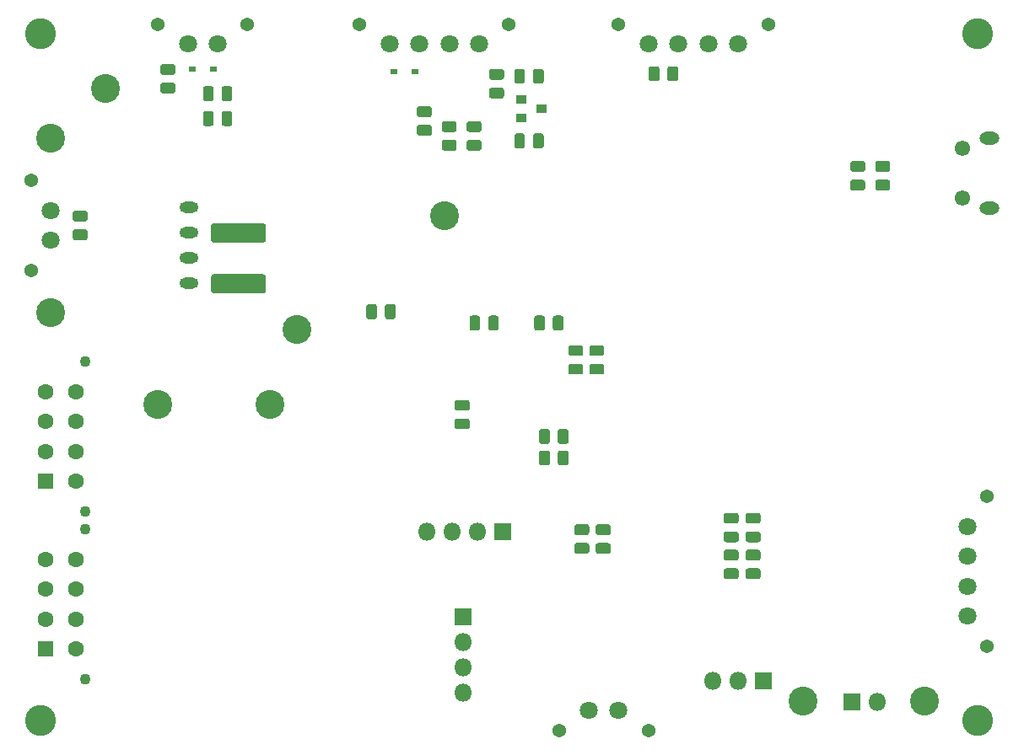
<source format=gbr>
G04 #@! TF.GenerationSoftware,KiCad,Pcbnew,5.1.5-52549c5~84~ubuntu18.04.1*
G04 #@! TF.CreationDate,2020-01-31T16:24:44-06:00*
G04 #@! TF.ProjectId,BPSMaster,4250534d-6173-4746-9572-2e6b69636164,rev?*
G04 #@! TF.SameCoordinates,Original*
G04 #@! TF.FileFunction,Soldermask,Bot*
G04 #@! TF.FilePolarity,Negative*
%FSLAX46Y46*%
G04 Gerber Fmt 4.6, Leading zero omitted, Abs format (unit mm)*
G04 Created by KiCad (PCBNEW 5.1.5-52549c5~84~ubuntu18.04.1) date 2020-01-31 16:24:44*
%MOMM*%
%LPD*%
G04 APERTURE LIST*
%ADD10O,1.801600X1.801600*%
%ADD11R,1.801600X1.801600*%
%ADD12C,0.100000*%
%ADD13C,2.901600*%
%ADD14C,1.371600*%
%ADD15C,1.801600*%
%ADD16O,1.901600X1.101600*%
%ADD17R,0.701600X0.551600*%
%ADD18C,1.601600*%
%ADD19R,1.601600X1.601600*%
%ADD20C,1.101600*%
%ADD21C,1.551600*%
%ADD22O,2.001600X1.301600*%
%ADD23C,3.101600*%
%ADD24R,1.001600X0.901600*%
G04 APERTURE END LIST*
D10*
X170420000Y-143000000D03*
X172960000Y-143000000D03*
D11*
X175500000Y-143000000D03*
D12*
G36*
X107458031Y-95775496D02*
G01*
X107484159Y-95779372D01*
X107509780Y-95785790D01*
X107534649Y-95794688D01*
X107558526Y-95805981D01*
X107581182Y-95819560D01*
X107602397Y-95835294D01*
X107621968Y-95853032D01*
X107639706Y-95872603D01*
X107655440Y-95893818D01*
X107669019Y-95916474D01*
X107680312Y-95940351D01*
X107689210Y-95965220D01*
X107695628Y-95990841D01*
X107699504Y-96016969D01*
X107700800Y-96043350D01*
X107700800Y-96581650D01*
X107699504Y-96608031D01*
X107695628Y-96634159D01*
X107689210Y-96659780D01*
X107680312Y-96684649D01*
X107669019Y-96708526D01*
X107655440Y-96731182D01*
X107639706Y-96752397D01*
X107621968Y-96771968D01*
X107602397Y-96789706D01*
X107581182Y-96805440D01*
X107558526Y-96819019D01*
X107534649Y-96830312D01*
X107509780Y-96839210D01*
X107484159Y-96845628D01*
X107458031Y-96849504D01*
X107431650Y-96850800D01*
X106468350Y-96850800D01*
X106441969Y-96849504D01*
X106415841Y-96845628D01*
X106390220Y-96839210D01*
X106365351Y-96830312D01*
X106341474Y-96819019D01*
X106318818Y-96805440D01*
X106297603Y-96789706D01*
X106278032Y-96771968D01*
X106260294Y-96752397D01*
X106244560Y-96731182D01*
X106230981Y-96708526D01*
X106219688Y-96684649D01*
X106210790Y-96659780D01*
X106204372Y-96634159D01*
X106200496Y-96608031D01*
X106199200Y-96581650D01*
X106199200Y-96043350D01*
X106200496Y-96016969D01*
X106204372Y-95990841D01*
X106210790Y-95965220D01*
X106219688Y-95940351D01*
X106230981Y-95916474D01*
X106244560Y-95893818D01*
X106260294Y-95872603D01*
X106278032Y-95853032D01*
X106297603Y-95835294D01*
X106318818Y-95819560D01*
X106341474Y-95805981D01*
X106365351Y-95794688D01*
X106390220Y-95785790D01*
X106415841Y-95779372D01*
X106441969Y-95775496D01*
X106468350Y-95774200D01*
X107431650Y-95774200D01*
X107458031Y-95775496D01*
G37*
G36*
X107458031Y-97650496D02*
G01*
X107484159Y-97654372D01*
X107509780Y-97660790D01*
X107534649Y-97669688D01*
X107558526Y-97680981D01*
X107581182Y-97694560D01*
X107602397Y-97710294D01*
X107621968Y-97728032D01*
X107639706Y-97747603D01*
X107655440Y-97768818D01*
X107669019Y-97791474D01*
X107680312Y-97815351D01*
X107689210Y-97840220D01*
X107695628Y-97865841D01*
X107699504Y-97891969D01*
X107700800Y-97918350D01*
X107700800Y-98456650D01*
X107699504Y-98483031D01*
X107695628Y-98509159D01*
X107689210Y-98534780D01*
X107680312Y-98559649D01*
X107669019Y-98583526D01*
X107655440Y-98606182D01*
X107639706Y-98627397D01*
X107621968Y-98646968D01*
X107602397Y-98664706D01*
X107581182Y-98680440D01*
X107558526Y-98694019D01*
X107534649Y-98705312D01*
X107509780Y-98714210D01*
X107484159Y-98720628D01*
X107458031Y-98724504D01*
X107431650Y-98725800D01*
X106468350Y-98725800D01*
X106441969Y-98724504D01*
X106415841Y-98720628D01*
X106390220Y-98714210D01*
X106365351Y-98705312D01*
X106341474Y-98694019D01*
X106318818Y-98680440D01*
X106297603Y-98664706D01*
X106278032Y-98646968D01*
X106260294Y-98627397D01*
X106244560Y-98606182D01*
X106230981Y-98583526D01*
X106219688Y-98559649D01*
X106210790Y-98534780D01*
X106204372Y-98509159D01*
X106200496Y-98483031D01*
X106199200Y-98456650D01*
X106199200Y-97918350D01*
X106200496Y-97891969D01*
X106204372Y-97865841D01*
X106210790Y-97840220D01*
X106219688Y-97815351D01*
X106230981Y-97791474D01*
X106244560Y-97768818D01*
X106260294Y-97747603D01*
X106278032Y-97728032D01*
X106297603Y-97710294D01*
X106318818Y-97694560D01*
X106341474Y-97680981D01*
X106365351Y-97669688D01*
X106390220Y-97660790D01*
X106415841Y-97654372D01*
X106441969Y-97650496D01*
X106468350Y-97649200D01*
X107431650Y-97649200D01*
X107458031Y-97650496D01*
G37*
D13*
X104000000Y-106000000D03*
D14*
X102040000Y-101750000D03*
D15*
X104000000Y-95750000D03*
X104000000Y-98750000D03*
D14*
X102040000Y-92750000D03*
D13*
X104000000Y-88500000D03*
D16*
X117850000Y-95440000D03*
X117850000Y-97980000D03*
X117850000Y-100520000D03*
X117850000Y-103060000D03*
D13*
X128750000Y-107700000D03*
X126000000Y-115250000D03*
X114750000Y-115250000D03*
D12*
G36*
X125362576Y-102150472D02*
G01*
X125388215Y-102154275D01*
X125413356Y-102160573D01*
X125437760Y-102169304D01*
X125461190Y-102180386D01*
X125483421Y-102193711D01*
X125504239Y-102209150D01*
X125523444Y-102226556D01*
X125540850Y-102245761D01*
X125556289Y-102266579D01*
X125569614Y-102288810D01*
X125580696Y-102312240D01*
X125589427Y-102336644D01*
X125595725Y-102361785D01*
X125599528Y-102387424D01*
X125600800Y-102413311D01*
X125600800Y-103786689D01*
X125599528Y-103812576D01*
X125595725Y-103838215D01*
X125589427Y-103863356D01*
X125580696Y-103887760D01*
X125569614Y-103911190D01*
X125556289Y-103933421D01*
X125540850Y-103954239D01*
X125523444Y-103973444D01*
X125504239Y-103990850D01*
X125483421Y-104006289D01*
X125461190Y-104019614D01*
X125437760Y-104030696D01*
X125413356Y-104039427D01*
X125388215Y-104045725D01*
X125362576Y-104049528D01*
X125336689Y-104050800D01*
X120363311Y-104050800D01*
X120337424Y-104049528D01*
X120311785Y-104045725D01*
X120286644Y-104039427D01*
X120262240Y-104030696D01*
X120238810Y-104019614D01*
X120216579Y-104006289D01*
X120195761Y-103990850D01*
X120176556Y-103973444D01*
X120159150Y-103954239D01*
X120143711Y-103933421D01*
X120130386Y-103911190D01*
X120119304Y-103887760D01*
X120110573Y-103863356D01*
X120104275Y-103838215D01*
X120100472Y-103812576D01*
X120099200Y-103786689D01*
X120099200Y-102413311D01*
X120100472Y-102387424D01*
X120104275Y-102361785D01*
X120110573Y-102336644D01*
X120119304Y-102312240D01*
X120130386Y-102288810D01*
X120143711Y-102266579D01*
X120159150Y-102245761D01*
X120176556Y-102226556D01*
X120195761Y-102209150D01*
X120216579Y-102193711D01*
X120238810Y-102180386D01*
X120262240Y-102169304D01*
X120286644Y-102160573D01*
X120311785Y-102154275D01*
X120337424Y-102150472D01*
X120363311Y-102149200D01*
X125336689Y-102149200D01*
X125362576Y-102150472D01*
G37*
G36*
X125362576Y-97050472D02*
G01*
X125388215Y-97054275D01*
X125413356Y-97060573D01*
X125437760Y-97069304D01*
X125461190Y-97080386D01*
X125483421Y-97093711D01*
X125504239Y-97109150D01*
X125523444Y-97126556D01*
X125540850Y-97145761D01*
X125556289Y-97166579D01*
X125569614Y-97188810D01*
X125580696Y-97212240D01*
X125589427Y-97236644D01*
X125595725Y-97261785D01*
X125599528Y-97287424D01*
X125600800Y-97313311D01*
X125600800Y-98686689D01*
X125599528Y-98712576D01*
X125595725Y-98738215D01*
X125589427Y-98763356D01*
X125580696Y-98787760D01*
X125569614Y-98811190D01*
X125556289Y-98833421D01*
X125540850Y-98854239D01*
X125523444Y-98873444D01*
X125504239Y-98890850D01*
X125483421Y-98906289D01*
X125461190Y-98919614D01*
X125437760Y-98930696D01*
X125413356Y-98939427D01*
X125388215Y-98945725D01*
X125362576Y-98949528D01*
X125336689Y-98950800D01*
X120363311Y-98950800D01*
X120337424Y-98949528D01*
X120311785Y-98945725D01*
X120286644Y-98939427D01*
X120262240Y-98930696D01*
X120238810Y-98919614D01*
X120216579Y-98906289D01*
X120195761Y-98890850D01*
X120176556Y-98873444D01*
X120159150Y-98854239D01*
X120143711Y-98833421D01*
X120130386Y-98811190D01*
X120119304Y-98787760D01*
X120110573Y-98763356D01*
X120104275Y-98738215D01*
X120100472Y-98712576D01*
X120099200Y-98686689D01*
X120099200Y-97313311D01*
X120100472Y-97287424D01*
X120104275Y-97261785D01*
X120110573Y-97236644D01*
X120119304Y-97212240D01*
X120130386Y-97188810D01*
X120143711Y-97166579D01*
X120159150Y-97145761D01*
X120176556Y-97126556D01*
X120195761Y-97109150D01*
X120216579Y-97093711D01*
X120238810Y-97080386D01*
X120262240Y-97069304D01*
X120286644Y-97060573D01*
X120311785Y-97054275D01*
X120337424Y-97050472D01*
X120363311Y-97049200D01*
X125336689Y-97049200D01*
X125362576Y-97050472D01*
G37*
G36*
X153358031Y-106300496D02*
G01*
X153384159Y-106304372D01*
X153409780Y-106310790D01*
X153434649Y-106319688D01*
X153458526Y-106330981D01*
X153481182Y-106344560D01*
X153502397Y-106360294D01*
X153521968Y-106378032D01*
X153539706Y-106397603D01*
X153555440Y-106418818D01*
X153569019Y-106441474D01*
X153580312Y-106465351D01*
X153589210Y-106490220D01*
X153595628Y-106515841D01*
X153599504Y-106541969D01*
X153600800Y-106568350D01*
X153600800Y-107531650D01*
X153599504Y-107558031D01*
X153595628Y-107584159D01*
X153589210Y-107609780D01*
X153580312Y-107634649D01*
X153569019Y-107658526D01*
X153555440Y-107681182D01*
X153539706Y-107702397D01*
X153521968Y-107721968D01*
X153502397Y-107739706D01*
X153481182Y-107755440D01*
X153458526Y-107769019D01*
X153434649Y-107780312D01*
X153409780Y-107789210D01*
X153384159Y-107795628D01*
X153358031Y-107799504D01*
X153331650Y-107800800D01*
X152793350Y-107800800D01*
X152766969Y-107799504D01*
X152740841Y-107795628D01*
X152715220Y-107789210D01*
X152690351Y-107780312D01*
X152666474Y-107769019D01*
X152643818Y-107755440D01*
X152622603Y-107739706D01*
X152603032Y-107721968D01*
X152585294Y-107702397D01*
X152569560Y-107681182D01*
X152555981Y-107658526D01*
X152544688Y-107634649D01*
X152535790Y-107609780D01*
X152529372Y-107584159D01*
X152525496Y-107558031D01*
X152524200Y-107531650D01*
X152524200Y-106568350D01*
X152525496Y-106541969D01*
X152529372Y-106515841D01*
X152535790Y-106490220D01*
X152544688Y-106465351D01*
X152555981Y-106441474D01*
X152569560Y-106418818D01*
X152585294Y-106397603D01*
X152603032Y-106378032D01*
X152622603Y-106360294D01*
X152643818Y-106344560D01*
X152666474Y-106330981D01*
X152690351Y-106319688D01*
X152715220Y-106310790D01*
X152740841Y-106304372D01*
X152766969Y-106300496D01*
X152793350Y-106299200D01*
X153331650Y-106299200D01*
X153358031Y-106300496D01*
G37*
G36*
X155233031Y-106300496D02*
G01*
X155259159Y-106304372D01*
X155284780Y-106310790D01*
X155309649Y-106319688D01*
X155333526Y-106330981D01*
X155356182Y-106344560D01*
X155377397Y-106360294D01*
X155396968Y-106378032D01*
X155414706Y-106397603D01*
X155430440Y-106418818D01*
X155444019Y-106441474D01*
X155455312Y-106465351D01*
X155464210Y-106490220D01*
X155470628Y-106515841D01*
X155474504Y-106541969D01*
X155475800Y-106568350D01*
X155475800Y-107531650D01*
X155474504Y-107558031D01*
X155470628Y-107584159D01*
X155464210Y-107609780D01*
X155455312Y-107634649D01*
X155444019Y-107658526D01*
X155430440Y-107681182D01*
X155414706Y-107702397D01*
X155396968Y-107721968D01*
X155377397Y-107739706D01*
X155356182Y-107755440D01*
X155333526Y-107769019D01*
X155309649Y-107780312D01*
X155284780Y-107789210D01*
X155259159Y-107795628D01*
X155233031Y-107799504D01*
X155206650Y-107800800D01*
X154668350Y-107800800D01*
X154641969Y-107799504D01*
X154615841Y-107795628D01*
X154590220Y-107789210D01*
X154565351Y-107780312D01*
X154541474Y-107769019D01*
X154518818Y-107755440D01*
X154497603Y-107739706D01*
X154478032Y-107721968D01*
X154460294Y-107702397D01*
X154444560Y-107681182D01*
X154430981Y-107658526D01*
X154419688Y-107634649D01*
X154410790Y-107609780D01*
X154404372Y-107584159D01*
X154400496Y-107558031D01*
X154399200Y-107531650D01*
X154399200Y-106568350D01*
X154400496Y-106541969D01*
X154404372Y-106515841D01*
X154410790Y-106490220D01*
X154419688Y-106465351D01*
X154430981Y-106441474D01*
X154444560Y-106418818D01*
X154460294Y-106397603D01*
X154478032Y-106378032D01*
X154497603Y-106360294D01*
X154518818Y-106344560D01*
X154541474Y-106330981D01*
X154565351Y-106319688D01*
X154590220Y-106310790D01*
X154615841Y-106304372D01*
X154641969Y-106300496D01*
X154668350Y-106299200D01*
X155206650Y-106299200D01*
X155233031Y-106300496D01*
G37*
G36*
X148733031Y-106300496D02*
G01*
X148759159Y-106304372D01*
X148784780Y-106310790D01*
X148809649Y-106319688D01*
X148833526Y-106330981D01*
X148856182Y-106344560D01*
X148877397Y-106360294D01*
X148896968Y-106378032D01*
X148914706Y-106397603D01*
X148930440Y-106418818D01*
X148944019Y-106441474D01*
X148955312Y-106465351D01*
X148964210Y-106490220D01*
X148970628Y-106515841D01*
X148974504Y-106541969D01*
X148975800Y-106568350D01*
X148975800Y-107531650D01*
X148974504Y-107558031D01*
X148970628Y-107584159D01*
X148964210Y-107609780D01*
X148955312Y-107634649D01*
X148944019Y-107658526D01*
X148930440Y-107681182D01*
X148914706Y-107702397D01*
X148896968Y-107721968D01*
X148877397Y-107739706D01*
X148856182Y-107755440D01*
X148833526Y-107769019D01*
X148809649Y-107780312D01*
X148784780Y-107789210D01*
X148759159Y-107795628D01*
X148733031Y-107799504D01*
X148706650Y-107800800D01*
X148168350Y-107800800D01*
X148141969Y-107799504D01*
X148115841Y-107795628D01*
X148090220Y-107789210D01*
X148065351Y-107780312D01*
X148041474Y-107769019D01*
X148018818Y-107755440D01*
X147997603Y-107739706D01*
X147978032Y-107721968D01*
X147960294Y-107702397D01*
X147944560Y-107681182D01*
X147930981Y-107658526D01*
X147919688Y-107634649D01*
X147910790Y-107609780D01*
X147904372Y-107584159D01*
X147900496Y-107558031D01*
X147899200Y-107531650D01*
X147899200Y-106568350D01*
X147900496Y-106541969D01*
X147904372Y-106515841D01*
X147910790Y-106490220D01*
X147919688Y-106465351D01*
X147930981Y-106441474D01*
X147944560Y-106418818D01*
X147960294Y-106397603D01*
X147978032Y-106378032D01*
X147997603Y-106360294D01*
X148018818Y-106344560D01*
X148041474Y-106330981D01*
X148065351Y-106319688D01*
X148090220Y-106310790D01*
X148115841Y-106304372D01*
X148141969Y-106300496D01*
X148168350Y-106299200D01*
X148706650Y-106299200D01*
X148733031Y-106300496D01*
G37*
G36*
X146858031Y-106300496D02*
G01*
X146884159Y-106304372D01*
X146909780Y-106310790D01*
X146934649Y-106319688D01*
X146958526Y-106330981D01*
X146981182Y-106344560D01*
X147002397Y-106360294D01*
X147021968Y-106378032D01*
X147039706Y-106397603D01*
X147055440Y-106418818D01*
X147069019Y-106441474D01*
X147080312Y-106465351D01*
X147089210Y-106490220D01*
X147095628Y-106515841D01*
X147099504Y-106541969D01*
X147100800Y-106568350D01*
X147100800Y-107531650D01*
X147099504Y-107558031D01*
X147095628Y-107584159D01*
X147089210Y-107609780D01*
X147080312Y-107634649D01*
X147069019Y-107658526D01*
X147055440Y-107681182D01*
X147039706Y-107702397D01*
X147021968Y-107721968D01*
X147002397Y-107739706D01*
X146981182Y-107755440D01*
X146958526Y-107769019D01*
X146934649Y-107780312D01*
X146909780Y-107789210D01*
X146884159Y-107795628D01*
X146858031Y-107799504D01*
X146831650Y-107800800D01*
X146293350Y-107800800D01*
X146266969Y-107799504D01*
X146240841Y-107795628D01*
X146215220Y-107789210D01*
X146190351Y-107780312D01*
X146166474Y-107769019D01*
X146143818Y-107755440D01*
X146122603Y-107739706D01*
X146103032Y-107721968D01*
X146085294Y-107702397D01*
X146069560Y-107681182D01*
X146055981Y-107658526D01*
X146044688Y-107634649D01*
X146035790Y-107609780D01*
X146029372Y-107584159D01*
X146025496Y-107558031D01*
X146024200Y-107531650D01*
X146024200Y-106568350D01*
X146025496Y-106541969D01*
X146029372Y-106515841D01*
X146035790Y-106490220D01*
X146044688Y-106465351D01*
X146055981Y-106441474D01*
X146069560Y-106418818D01*
X146085294Y-106397603D01*
X146103032Y-106378032D01*
X146122603Y-106360294D01*
X146143818Y-106344560D01*
X146166474Y-106330981D01*
X146190351Y-106319688D01*
X146215220Y-106310790D01*
X146240841Y-106304372D01*
X146266969Y-106300496D01*
X146293350Y-106299200D01*
X146831650Y-106299200D01*
X146858031Y-106300496D01*
G37*
G36*
X145808031Y-116650496D02*
G01*
X145834159Y-116654372D01*
X145859780Y-116660790D01*
X145884649Y-116669688D01*
X145908526Y-116680981D01*
X145931182Y-116694560D01*
X145952397Y-116710294D01*
X145971968Y-116728032D01*
X145989706Y-116747603D01*
X146005440Y-116768818D01*
X146019019Y-116791474D01*
X146030312Y-116815351D01*
X146039210Y-116840220D01*
X146045628Y-116865841D01*
X146049504Y-116891969D01*
X146050800Y-116918350D01*
X146050800Y-117456650D01*
X146049504Y-117483031D01*
X146045628Y-117509159D01*
X146039210Y-117534780D01*
X146030312Y-117559649D01*
X146019019Y-117583526D01*
X146005440Y-117606182D01*
X145989706Y-117627397D01*
X145971968Y-117646968D01*
X145952397Y-117664706D01*
X145931182Y-117680440D01*
X145908526Y-117694019D01*
X145884649Y-117705312D01*
X145859780Y-117714210D01*
X145834159Y-117720628D01*
X145808031Y-117724504D01*
X145781650Y-117725800D01*
X144818350Y-117725800D01*
X144791969Y-117724504D01*
X144765841Y-117720628D01*
X144740220Y-117714210D01*
X144715351Y-117705312D01*
X144691474Y-117694019D01*
X144668818Y-117680440D01*
X144647603Y-117664706D01*
X144628032Y-117646968D01*
X144610294Y-117627397D01*
X144594560Y-117606182D01*
X144580981Y-117583526D01*
X144569688Y-117559649D01*
X144560790Y-117534780D01*
X144554372Y-117509159D01*
X144550496Y-117483031D01*
X144549200Y-117456650D01*
X144549200Y-116918350D01*
X144550496Y-116891969D01*
X144554372Y-116865841D01*
X144560790Y-116840220D01*
X144569688Y-116815351D01*
X144580981Y-116791474D01*
X144594560Y-116768818D01*
X144610294Y-116747603D01*
X144628032Y-116728032D01*
X144647603Y-116710294D01*
X144668818Y-116694560D01*
X144691474Y-116680981D01*
X144715351Y-116669688D01*
X144740220Y-116660790D01*
X144765841Y-116654372D01*
X144791969Y-116650496D01*
X144818350Y-116649200D01*
X145781650Y-116649200D01*
X145808031Y-116650496D01*
G37*
G36*
X145808031Y-114775496D02*
G01*
X145834159Y-114779372D01*
X145859780Y-114785790D01*
X145884649Y-114794688D01*
X145908526Y-114805981D01*
X145931182Y-114819560D01*
X145952397Y-114835294D01*
X145971968Y-114853032D01*
X145989706Y-114872603D01*
X146005440Y-114893818D01*
X146019019Y-114916474D01*
X146030312Y-114940351D01*
X146039210Y-114965220D01*
X146045628Y-114990841D01*
X146049504Y-115016969D01*
X146050800Y-115043350D01*
X146050800Y-115581650D01*
X146049504Y-115608031D01*
X146045628Y-115634159D01*
X146039210Y-115659780D01*
X146030312Y-115684649D01*
X146019019Y-115708526D01*
X146005440Y-115731182D01*
X145989706Y-115752397D01*
X145971968Y-115771968D01*
X145952397Y-115789706D01*
X145931182Y-115805440D01*
X145908526Y-115819019D01*
X145884649Y-115830312D01*
X145859780Y-115839210D01*
X145834159Y-115845628D01*
X145808031Y-115849504D01*
X145781650Y-115850800D01*
X144818350Y-115850800D01*
X144791969Y-115849504D01*
X144765841Y-115845628D01*
X144740220Y-115839210D01*
X144715351Y-115830312D01*
X144691474Y-115819019D01*
X144668818Y-115805440D01*
X144647603Y-115789706D01*
X144628032Y-115771968D01*
X144610294Y-115752397D01*
X144594560Y-115731182D01*
X144580981Y-115708526D01*
X144569688Y-115684649D01*
X144560790Y-115659780D01*
X144554372Y-115634159D01*
X144550496Y-115608031D01*
X144549200Y-115581650D01*
X144549200Y-115043350D01*
X144550496Y-115016969D01*
X144554372Y-114990841D01*
X144560790Y-114965220D01*
X144569688Y-114940351D01*
X144580981Y-114916474D01*
X144594560Y-114893818D01*
X144610294Y-114872603D01*
X144628032Y-114853032D01*
X144647603Y-114835294D01*
X144668818Y-114819560D01*
X144691474Y-114805981D01*
X144715351Y-114794688D01*
X144740220Y-114785790D01*
X144765841Y-114779372D01*
X144791969Y-114775496D01*
X144818350Y-114774200D01*
X145781650Y-114774200D01*
X145808031Y-114775496D01*
G37*
G36*
X153858031Y-117700496D02*
G01*
X153884159Y-117704372D01*
X153909780Y-117710790D01*
X153934649Y-117719688D01*
X153958526Y-117730981D01*
X153981182Y-117744560D01*
X154002397Y-117760294D01*
X154021968Y-117778032D01*
X154039706Y-117797603D01*
X154055440Y-117818818D01*
X154069019Y-117841474D01*
X154080312Y-117865351D01*
X154089210Y-117890220D01*
X154095628Y-117915841D01*
X154099504Y-117941969D01*
X154100800Y-117968350D01*
X154100800Y-118931650D01*
X154099504Y-118958031D01*
X154095628Y-118984159D01*
X154089210Y-119009780D01*
X154080312Y-119034649D01*
X154069019Y-119058526D01*
X154055440Y-119081182D01*
X154039706Y-119102397D01*
X154021968Y-119121968D01*
X154002397Y-119139706D01*
X153981182Y-119155440D01*
X153958526Y-119169019D01*
X153934649Y-119180312D01*
X153909780Y-119189210D01*
X153884159Y-119195628D01*
X153858031Y-119199504D01*
X153831650Y-119200800D01*
X153293350Y-119200800D01*
X153266969Y-119199504D01*
X153240841Y-119195628D01*
X153215220Y-119189210D01*
X153190351Y-119180312D01*
X153166474Y-119169019D01*
X153143818Y-119155440D01*
X153122603Y-119139706D01*
X153103032Y-119121968D01*
X153085294Y-119102397D01*
X153069560Y-119081182D01*
X153055981Y-119058526D01*
X153044688Y-119034649D01*
X153035790Y-119009780D01*
X153029372Y-118984159D01*
X153025496Y-118958031D01*
X153024200Y-118931650D01*
X153024200Y-117968350D01*
X153025496Y-117941969D01*
X153029372Y-117915841D01*
X153035790Y-117890220D01*
X153044688Y-117865351D01*
X153055981Y-117841474D01*
X153069560Y-117818818D01*
X153085294Y-117797603D01*
X153103032Y-117778032D01*
X153122603Y-117760294D01*
X153143818Y-117744560D01*
X153166474Y-117730981D01*
X153190351Y-117719688D01*
X153215220Y-117710790D01*
X153240841Y-117704372D01*
X153266969Y-117700496D01*
X153293350Y-117699200D01*
X153831650Y-117699200D01*
X153858031Y-117700496D01*
G37*
G36*
X155733031Y-117700496D02*
G01*
X155759159Y-117704372D01*
X155784780Y-117710790D01*
X155809649Y-117719688D01*
X155833526Y-117730981D01*
X155856182Y-117744560D01*
X155877397Y-117760294D01*
X155896968Y-117778032D01*
X155914706Y-117797603D01*
X155930440Y-117818818D01*
X155944019Y-117841474D01*
X155955312Y-117865351D01*
X155964210Y-117890220D01*
X155970628Y-117915841D01*
X155974504Y-117941969D01*
X155975800Y-117968350D01*
X155975800Y-118931650D01*
X155974504Y-118958031D01*
X155970628Y-118984159D01*
X155964210Y-119009780D01*
X155955312Y-119034649D01*
X155944019Y-119058526D01*
X155930440Y-119081182D01*
X155914706Y-119102397D01*
X155896968Y-119121968D01*
X155877397Y-119139706D01*
X155856182Y-119155440D01*
X155833526Y-119169019D01*
X155809649Y-119180312D01*
X155784780Y-119189210D01*
X155759159Y-119195628D01*
X155733031Y-119199504D01*
X155706650Y-119200800D01*
X155168350Y-119200800D01*
X155141969Y-119199504D01*
X155115841Y-119195628D01*
X155090220Y-119189210D01*
X155065351Y-119180312D01*
X155041474Y-119169019D01*
X155018818Y-119155440D01*
X154997603Y-119139706D01*
X154978032Y-119121968D01*
X154960294Y-119102397D01*
X154944560Y-119081182D01*
X154930981Y-119058526D01*
X154919688Y-119034649D01*
X154910790Y-119009780D01*
X154904372Y-118984159D01*
X154900496Y-118958031D01*
X154899200Y-118931650D01*
X154899200Y-117968350D01*
X154900496Y-117941969D01*
X154904372Y-117915841D01*
X154910790Y-117890220D01*
X154919688Y-117865351D01*
X154930981Y-117841474D01*
X154944560Y-117818818D01*
X154960294Y-117797603D01*
X154978032Y-117778032D01*
X154997603Y-117760294D01*
X155018818Y-117744560D01*
X155041474Y-117730981D01*
X155065351Y-117719688D01*
X155090220Y-117710790D01*
X155115841Y-117704372D01*
X155141969Y-117700496D01*
X155168350Y-117699200D01*
X155706650Y-117699200D01*
X155733031Y-117700496D01*
G37*
G36*
X155733031Y-119850496D02*
G01*
X155759159Y-119854372D01*
X155784780Y-119860790D01*
X155809649Y-119869688D01*
X155833526Y-119880981D01*
X155856182Y-119894560D01*
X155877397Y-119910294D01*
X155896968Y-119928032D01*
X155914706Y-119947603D01*
X155930440Y-119968818D01*
X155944019Y-119991474D01*
X155955312Y-120015351D01*
X155964210Y-120040220D01*
X155970628Y-120065841D01*
X155974504Y-120091969D01*
X155975800Y-120118350D01*
X155975800Y-121081650D01*
X155974504Y-121108031D01*
X155970628Y-121134159D01*
X155964210Y-121159780D01*
X155955312Y-121184649D01*
X155944019Y-121208526D01*
X155930440Y-121231182D01*
X155914706Y-121252397D01*
X155896968Y-121271968D01*
X155877397Y-121289706D01*
X155856182Y-121305440D01*
X155833526Y-121319019D01*
X155809649Y-121330312D01*
X155784780Y-121339210D01*
X155759159Y-121345628D01*
X155733031Y-121349504D01*
X155706650Y-121350800D01*
X155168350Y-121350800D01*
X155141969Y-121349504D01*
X155115841Y-121345628D01*
X155090220Y-121339210D01*
X155065351Y-121330312D01*
X155041474Y-121319019D01*
X155018818Y-121305440D01*
X154997603Y-121289706D01*
X154978032Y-121271968D01*
X154960294Y-121252397D01*
X154944560Y-121231182D01*
X154930981Y-121208526D01*
X154919688Y-121184649D01*
X154910790Y-121159780D01*
X154904372Y-121134159D01*
X154900496Y-121108031D01*
X154899200Y-121081650D01*
X154899200Y-120118350D01*
X154900496Y-120091969D01*
X154904372Y-120065841D01*
X154910790Y-120040220D01*
X154919688Y-120015351D01*
X154930981Y-119991474D01*
X154944560Y-119968818D01*
X154960294Y-119947603D01*
X154978032Y-119928032D01*
X154997603Y-119910294D01*
X155018818Y-119894560D01*
X155041474Y-119880981D01*
X155065351Y-119869688D01*
X155090220Y-119860790D01*
X155115841Y-119854372D01*
X155141969Y-119850496D01*
X155168350Y-119849200D01*
X155706650Y-119849200D01*
X155733031Y-119850496D01*
G37*
G36*
X153858031Y-119850496D02*
G01*
X153884159Y-119854372D01*
X153909780Y-119860790D01*
X153934649Y-119869688D01*
X153958526Y-119880981D01*
X153981182Y-119894560D01*
X154002397Y-119910294D01*
X154021968Y-119928032D01*
X154039706Y-119947603D01*
X154055440Y-119968818D01*
X154069019Y-119991474D01*
X154080312Y-120015351D01*
X154089210Y-120040220D01*
X154095628Y-120065841D01*
X154099504Y-120091969D01*
X154100800Y-120118350D01*
X154100800Y-121081650D01*
X154099504Y-121108031D01*
X154095628Y-121134159D01*
X154089210Y-121159780D01*
X154080312Y-121184649D01*
X154069019Y-121208526D01*
X154055440Y-121231182D01*
X154039706Y-121252397D01*
X154021968Y-121271968D01*
X154002397Y-121289706D01*
X153981182Y-121305440D01*
X153958526Y-121319019D01*
X153934649Y-121330312D01*
X153909780Y-121339210D01*
X153884159Y-121345628D01*
X153858031Y-121349504D01*
X153831650Y-121350800D01*
X153293350Y-121350800D01*
X153266969Y-121349504D01*
X153240841Y-121345628D01*
X153215220Y-121339210D01*
X153190351Y-121330312D01*
X153166474Y-121319019D01*
X153143818Y-121305440D01*
X153122603Y-121289706D01*
X153103032Y-121271968D01*
X153085294Y-121252397D01*
X153069560Y-121231182D01*
X153055981Y-121208526D01*
X153044688Y-121184649D01*
X153035790Y-121159780D01*
X153029372Y-121134159D01*
X153025496Y-121108031D01*
X153024200Y-121081650D01*
X153024200Y-120118350D01*
X153025496Y-120091969D01*
X153029372Y-120065841D01*
X153035790Y-120040220D01*
X153044688Y-120015351D01*
X153055981Y-119991474D01*
X153069560Y-119968818D01*
X153085294Y-119947603D01*
X153103032Y-119928032D01*
X153122603Y-119910294D01*
X153143818Y-119894560D01*
X153166474Y-119880981D01*
X153190351Y-119869688D01*
X153215220Y-119860790D01*
X153240841Y-119854372D01*
X153266969Y-119850496D01*
X153293350Y-119849200D01*
X153831650Y-119849200D01*
X153858031Y-119850496D01*
G37*
G36*
X159308031Y-111150496D02*
G01*
X159334159Y-111154372D01*
X159359780Y-111160790D01*
X159384649Y-111169688D01*
X159408526Y-111180981D01*
X159431182Y-111194560D01*
X159452397Y-111210294D01*
X159471968Y-111228032D01*
X159489706Y-111247603D01*
X159505440Y-111268818D01*
X159519019Y-111291474D01*
X159530312Y-111315351D01*
X159539210Y-111340220D01*
X159545628Y-111365841D01*
X159549504Y-111391969D01*
X159550800Y-111418350D01*
X159550800Y-111956650D01*
X159549504Y-111983031D01*
X159545628Y-112009159D01*
X159539210Y-112034780D01*
X159530312Y-112059649D01*
X159519019Y-112083526D01*
X159505440Y-112106182D01*
X159489706Y-112127397D01*
X159471968Y-112146968D01*
X159452397Y-112164706D01*
X159431182Y-112180440D01*
X159408526Y-112194019D01*
X159384649Y-112205312D01*
X159359780Y-112214210D01*
X159334159Y-112220628D01*
X159308031Y-112224504D01*
X159281650Y-112225800D01*
X158318350Y-112225800D01*
X158291969Y-112224504D01*
X158265841Y-112220628D01*
X158240220Y-112214210D01*
X158215351Y-112205312D01*
X158191474Y-112194019D01*
X158168818Y-112180440D01*
X158147603Y-112164706D01*
X158128032Y-112146968D01*
X158110294Y-112127397D01*
X158094560Y-112106182D01*
X158080981Y-112083526D01*
X158069688Y-112059649D01*
X158060790Y-112034780D01*
X158054372Y-112009159D01*
X158050496Y-111983031D01*
X158049200Y-111956650D01*
X158049200Y-111418350D01*
X158050496Y-111391969D01*
X158054372Y-111365841D01*
X158060790Y-111340220D01*
X158069688Y-111315351D01*
X158080981Y-111291474D01*
X158094560Y-111268818D01*
X158110294Y-111247603D01*
X158128032Y-111228032D01*
X158147603Y-111210294D01*
X158168818Y-111194560D01*
X158191474Y-111180981D01*
X158215351Y-111169688D01*
X158240220Y-111160790D01*
X158265841Y-111154372D01*
X158291969Y-111150496D01*
X158318350Y-111149200D01*
X159281650Y-111149200D01*
X159308031Y-111150496D01*
G37*
G36*
X159308031Y-109275496D02*
G01*
X159334159Y-109279372D01*
X159359780Y-109285790D01*
X159384649Y-109294688D01*
X159408526Y-109305981D01*
X159431182Y-109319560D01*
X159452397Y-109335294D01*
X159471968Y-109353032D01*
X159489706Y-109372603D01*
X159505440Y-109393818D01*
X159519019Y-109416474D01*
X159530312Y-109440351D01*
X159539210Y-109465220D01*
X159545628Y-109490841D01*
X159549504Y-109516969D01*
X159550800Y-109543350D01*
X159550800Y-110081650D01*
X159549504Y-110108031D01*
X159545628Y-110134159D01*
X159539210Y-110159780D01*
X159530312Y-110184649D01*
X159519019Y-110208526D01*
X159505440Y-110231182D01*
X159489706Y-110252397D01*
X159471968Y-110271968D01*
X159452397Y-110289706D01*
X159431182Y-110305440D01*
X159408526Y-110319019D01*
X159384649Y-110330312D01*
X159359780Y-110339210D01*
X159334159Y-110345628D01*
X159308031Y-110349504D01*
X159281650Y-110350800D01*
X158318350Y-110350800D01*
X158291969Y-110349504D01*
X158265841Y-110345628D01*
X158240220Y-110339210D01*
X158215351Y-110330312D01*
X158191474Y-110319019D01*
X158168818Y-110305440D01*
X158147603Y-110289706D01*
X158128032Y-110271968D01*
X158110294Y-110252397D01*
X158094560Y-110231182D01*
X158080981Y-110208526D01*
X158069688Y-110184649D01*
X158060790Y-110159780D01*
X158054372Y-110134159D01*
X158050496Y-110108031D01*
X158049200Y-110081650D01*
X158049200Y-109543350D01*
X158050496Y-109516969D01*
X158054372Y-109490841D01*
X158060790Y-109465220D01*
X158069688Y-109440351D01*
X158080981Y-109416474D01*
X158094560Y-109393818D01*
X158110294Y-109372603D01*
X158128032Y-109353032D01*
X158147603Y-109335294D01*
X158168818Y-109319560D01*
X158191474Y-109305981D01*
X158215351Y-109294688D01*
X158240220Y-109285790D01*
X158265841Y-109279372D01*
X158291969Y-109275496D01*
X158318350Y-109274200D01*
X159281650Y-109274200D01*
X159308031Y-109275496D01*
G37*
G36*
X157208031Y-109275496D02*
G01*
X157234159Y-109279372D01*
X157259780Y-109285790D01*
X157284649Y-109294688D01*
X157308526Y-109305981D01*
X157331182Y-109319560D01*
X157352397Y-109335294D01*
X157371968Y-109353032D01*
X157389706Y-109372603D01*
X157405440Y-109393818D01*
X157419019Y-109416474D01*
X157430312Y-109440351D01*
X157439210Y-109465220D01*
X157445628Y-109490841D01*
X157449504Y-109516969D01*
X157450800Y-109543350D01*
X157450800Y-110081650D01*
X157449504Y-110108031D01*
X157445628Y-110134159D01*
X157439210Y-110159780D01*
X157430312Y-110184649D01*
X157419019Y-110208526D01*
X157405440Y-110231182D01*
X157389706Y-110252397D01*
X157371968Y-110271968D01*
X157352397Y-110289706D01*
X157331182Y-110305440D01*
X157308526Y-110319019D01*
X157284649Y-110330312D01*
X157259780Y-110339210D01*
X157234159Y-110345628D01*
X157208031Y-110349504D01*
X157181650Y-110350800D01*
X156218350Y-110350800D01*
X156191969Y-110349504D01*
X156165841Y-110345628D01*
X156140220Y-110339210D01*
X156115351Y-110330312D01*
X156091474Y-110319019D01*
X156068818Y-110305440D01*
X156047603Y-110289706D01*
X156028032Y-110271968D01*
X156010294Y-110252397D01*
X155994560Y-110231182D01*
X155980981Y-110208526D01*
X155969688Y-110184649D01*
X155960790Y-110159780D01*
X155954372Y-110134159D01*
X155950496Y-110108031D01*
X155949200Y-110081650D01*
X155949200Y-109543350D01*
X155950496Y-109516969D01*
X155954372Y-109490841D01*
X155960790Y-109465220D01*
X155969688Y-109440351D01*
X155980981Y-109416474D01*
X155994560Y-109393818D01*
X156010294Y-109372603D01*
X156028032Y-109353032D01*
X156047603Y-109335294D01*
X156068818Y-109319560D01*
X156091474Y-109305981D01*
X156115351Y-109294688D01*
X156140220Y-109285790D01*
X156165841Y-109279372D01*
X156191969Y-109275496D01*
X156218350Y-109274200D01*
X157181650Y-109274200D01*
X157208031Y-109275496D01*
G37*
G36*
X157208031Y-111150496D02*
G01*
X157234159Y-111154372D01*
X157259780Y-111160790D01*
X157284649Y-111169688D01*
X157308526Y-111180981D01*
X157331182Y-111194560D01*
X157352397Y-111210294D01*
X157371968Y-111228032D01*
X157389706Y-111247603D01*
X157405440Y-111268818D01*
X157419019Y-111291474D01*
X157430312Y-111315351D01*
X157439210Y-111340220D01*
X157445628Y-111365841D01*
X157449504Y-111391969D01*
X157450800Y-111418350D01*
X157450800Y-111956650D01*
X157449504Y-111983031D01*
X157445628Y-112009159D01*
X157439210Y-112034780D01*
X157430312Y-112059649D01*
X157419019Y-112083526D01*
X157405440Y-112106182D01*
X157389706Y-112127397D01*
X157371968Y-112146968D01*
X157352397Y-112164706D01*
X157331182Y-112180440D01*
X157308526Y-112194019D01*
X157284649Y-112205312D01*
X157259780Y-112214210D01*
X157234159Y-112220628D01*
X157208031Y-112224504D01*
X157181650Y-112225800D01*
X156218350Y-112225800D01*
X156191969Y-112224504D01*
X156165841Y-112220628D01*
X156140220Y-112214210D01*
X156115351Y-112205312D01*
X156091474Y-112194019D01*
X156068818Y-112180440D01*
X156047603Y-112164706D01*
X156028032Y-112146968D01*
X156010294Y-112127397D01*
X155994560Y-112106182D01*
X155980981Y-112083526D01*
X155969688Y-112059649D01*
X155960790Y-112034780D01*
X155954372Y-112009159D01*
X155950496Y-111983031D01*
X155949200Y-111956650D01*
X155949200Y-111418350D01*
X155950496Y-111391969D01*
X155954372Y-111365841D01*
X155960790Y-111340220D01*
X155969688Y-111315351D01*
X155980981Y-111291474D01*
X155994560Y-111268818D01*
X156010294Y-111247603D01*
X156028032Y-111228032D01*
X156047603Y-111210294D01*
X156068818Y-111194560D01*
X156091474Y-111180981D01*
X156115351Y-111169688D01*
X156140220Y-111160790D01*
X156165841Y-111154372D01*
X156191969Y-111150496D01*
X156218350Y-111149200D01*
X157181650Y-111149200D01*
X157208031Y-111150496D01*
G37*
G36*
X138383031Y-105150496D02*
G01*
X138409159Y-105154372D01*
X138434780Y-105160790D01*
X138459649Y-105169688D01*
X138483526Y-105180981D01*
X138506182Y-105194560D01*
X138527397Y-105210294D01*
X138546968Y-105228032D01*
X138564706Y-105247603D01*
X138580440Y-105268818D01*
X138594019Y-105291474D01*
X138605312Y-105315351D01*
X138614210Y-105340220D01*
X138620628Y-105365841D01*
X138624504Y-105391969D01*
X138625800Y-105418350D01*
X138625800Y-106381650D01*
X138624504Y-106408031D01*
X138620628Y-106434159D01*
X138614210Y-106459780D01*
X138605312Y-106484649D01*
X138594019Y-106508526D01*
X138580440Y-106531182D01*
X138564706Y-106552397D01*
X138546968Y-106571968D01*
X138527397Y-106589706D01*
X138506182Y-106605440D01*
X138483526Y-106619019D01*
X138459649Y-106630312D01*
X138434780Y-106639210D01*
X138409159Y-106645628D01*
X138383031Y-106649504D01*
X138356650Y-106650800D01*
X137818350Y-106650800D01*
X137791969Y-106649504D01*
X137765841Y-106645628D01*
X137740220Y-106639210D01*
X137715351Y-106630312D01*
X137691474Y-106619019D01*
X137668818Y-106605440D01*
X137647603Y-106589706D01*
X137628032Y-106571968D01*
X137610294Y-106552397D01*
X137594560Y-106531182D01*
X137580981Y-106508526D01*
X137569688Y-106484649D01*
X137560790Y-106459780D01*
X137554372Y-106434159D01*
X137550496Y-106408031D01*
X137549200Y-106381650D01*
X137549200Y-105418350D01*
X137550496Y-105391969D01*
X137554372Y-105365841D01*
X137560790Y-105340220D01*
X137569688Y-105315351D01*
X137580981Y-105291474D01*
X137594560Y-105268818D01*
X137610294Y-105247603D01*
X137628032Y-105228032D01*
X137647603Y-105210294D01*
X137668818Y-105194560D01*
X137691474Y-105180981D01*
X137715351Y-105169688D01*
X137740220Y-105160790D01*
X137765841Y-105154372D01*
X137791969Y-105150496D01*
X137818350Y-105149200D01*
X138356650Y-105149200D01*
X138383031Y-105150496D01*
G37*
G36*
X136508031Y-105150496D02*
G01*
X136534159Y-105154372D01*
X136559780Y-105160790D01*
X136584649Y-105169688D01*
X136608526Y-105180981D01*
X136631182Y-105194560D01*
X136652397Y-105210294D01*
X136671968Y-105228032D01*
X136689706Y-105247603D01*
X136705440Y-105268818D01*
X136719019Y-105291474D01*
X136730312Y-105315351D01*
X136739210Y-105340220D01*
X136745628Y-105365841D01*
X136749504Y-105391969D01*
X136750800Y-105418350D01*
X136750800Y-106381650D01*
X136749504Y-106408031D01*
X136745628Y-106434159D01*
X136739210Y-106459780D01*
X136730312Y-106484649D01*
X136719019Y-106508526D01*
X136705440Y-106531182D01*
X136689706Y-106552397D01*
X136671968Y-106571968D01*
X136652397Y-106589706D01*
X136631182Y-106605440D01*
X136608526Y-106619019D01*
X136584649Y-106630312D01*
X136559780Y-106639210D01*
X136534159Y-106645628D01*
X136508031Y-106649504D01*
X136481650Y-106650800D01*
X135943350Y-106650800D01*
X135916969Y-106649504D01*
X135890841Y-106645628D01*
X135865220Y-106639210D01*
X135840351Y-106630312D01*
X135816474Y-106619019D01*
X135793818Y-106605440D01*
X135772603Y-106589706D01*
X135753032Y-106571968D01*
X135735294Y-106552397D01*
X135719560Y-106531182D01*
X135705981Y-106508526D01*
X135694688Y-106484649D01*
X135685790Y-106459780D01*
X135679372Y-106434159D01*
X135675496Y-106408031D01*
X135674200Y-106381650D01*
X135674200Y-105418350D01*
X135675496Y-105391969D01*
X135679372Y-105365841D01*
X135685790Y-105340220D01*
X135694688Y-105315351D01*
X135705981Y-105291474D01*
X135719560Y-105268818D01*
X135735294Y-105247603D01*
X135753032Y-105228032D01*
X135772603Y-105210294D01*
X135793818Y-105194560D01*
X135816474Y-105180981D01*
X135840351Y-105169688D01*
X135865220Y-105160790D01*
X135890841Y-105154372D01*
X135916969Y-105150496D01*
X135943350Y-105149200D01*
X136481650Y-105149200D01*
X136508031Y-105150496D01*
G37*
G36*
X157808031Y-129150496D02*
G01*
X157834159Y-129154372D01*
X157859780Y-129160790D01*
X157884649Y-129169688D01*
X157908526Y-129180981D01*
X157931182Y-129194560D01*
X157952397Y-129210294D01*
X157971968Y-129228032D01*
X157989706Y-129247603D01*
X158005440Y-129268818D01*
X158019019Y-129291474D01*
X158030312Y-129315351D01*
X158039210Y-129340220D01*
X158045628Y-129365841D01*
X158049504Y-129391969D01*
X158050800Y-129418350D01*
X158050800Y-129956650D01*
X158049504Y-129983031D01*
X158045628Y-130009159D01*
X158039210Y-130034780D01*
X158030312Y-130059649D01*
X158019019Y-130083526D01*
X158005440Y-130106182D01*
X157989706Y-130127397D01*
X157971968Y-130146968D01*
X157952397Y-130164706D01*
X157931182Y-130180440D01*
X157908526Y-130194019D01*
X157884649Y-130205312D01*
X157859780Y-130214210D01*
X157834159Y-130220628D01*
X157808031Y-130224504D01*
X157781650Y-130225800D01*
X156818350Y-130225800D01*
X156791969Y-130224504D01*
X156765841Y-130220628D01*
X156740220Y-130214210D01*
X156715351Y-130205312D01*
X156691474Y-130194019D01*
X156668818Y-130180440D01*
X156647603Y-130164706D01*
X156628032Y-130146968D01*
X156610294Y-130127397D01*
X156594560Y-130106182D01*
X156580981Y-130083526D01*
X156569688Y-130059649D01*
X156560790Y-130034780D01*
X156554372Y-130009159D01*
X156550496Y-129983031D01*
X156549200Y-129956650D01*
X156549200Y-129418350D01*
X156550496Y-129391969D01*
X156554372Y-129365841D01*
X156560790Y-129340220D01*
X156569688Y-129315351D01*
X156580981Y-129291474D01*
X156594560Y-129268818D01*
X156610294Y-129247603D01*
X156628032Y-129228032D01*
X156647603Y-129210294D01*
X156668818Y-129194560D01*
X156691474Y-129180981D01*
X156715351Y-129169688D01*
X156740220Y-129160790D01*
X156765841Y-129154372D01*
X156791969Y-129150496D01*
X156818350Y-129149200D01*
X157781650Y-129149200D01*
X157808031Y-129150496D01*
G37*
G36*
X157808031Y-127275496D02*
G01*
X157834159Y-127279372D01*
X157859780Y-127285790D01*
X157884649Y-127294688D01*
X157908526Y-127305981D01*
X157931182Y-127319560D01*
X157952397Y-127335294D01*
X157971968Y-127353032D01*
X157989706Y-127372603D01*
X158005440Y-127393818D01*
X158019019Y-127416474D01*
X158030312Y-127440351D01*
X158039210Y-127465220D01*
X158045628Y-127490841D01*
X158049504Y-127516969D01*
X158050800Y-127543350D01*
X158050800Y-128081650D01*
X158049504Y-128108031D01*
X158045628Y-128134159D01*
X158039210Y-128159780D01*
X158030312Y-128184649D01*
X158019019Y-128208526D01*
X158005440Y-128231182D01*
X157989706Y-128252397D01*
X157971968Y-128271968D01*
X157952397Y-128289706D01*
X157931182Y-128305440D01*
X157908526Y-128319019D01*
X157884649Y-128330312D01*
X157859780Y-128339210D01*
X157834159Y-128345628D01*
X157808031Y-128349504D01*
X157781650Y-128350800D01*
X156818350Y-128350800D01*
X156791969Y-128349504D01*
X156765841Y-128345628D01*
X156740220Y-128339210D01*
X156715351Y-128330312D01*
X156691474Y-128319019D01*
X156668818Y-128305440D01*
X156647603Y-128289706D01*
X156628032Y-128271968D01*
X156610294Y-128252397D01*
X156594560Y-128231182D01*
X156580981Y-128208526D01*
X156569688Y-128184649D01*
X156560790Y-128159780D01*
X156554372Y-128134159D01*
X156550496Y-128108031D01*
X156549200Y-128081650D01*
X156549200Y-127543350D01*
X156550496Y-127516969D01*
X156554372Y-127490841D01*
X156560790Y-127465220D01*
X156569688Y-127440351D01*
X156580981Y-127416474D01*
X156594560Y-127393818D01*
X156610294Y-127372603D01*
X156628032Y-127353032D01*
X156647603Y-127335294D01*
X156668818Y-127319560D01*
X156691474Y-127305981D01*
X156715351Y-127294688D01*
X156740220Y-127285790D01*
X156765841Y-127279372D01*
X156791969Y-127275496D01*
X156818350Y-127274200D01*
X157781650Y-127274200D01*
X157808031Y-127275496D01*
G37*
G36*
X159958031Y-127275496D02*
G01*
X159984159Y-127279372D01*
X160009780Y-127285790D01*
X160034649Y-127294688D01*
X160058526Y-127305981D01*
X160081182Y-127319560D01*
X160102397Y-127335294D01*
X160121968Y-127353032D01*
X160139706Y-127372603D01*
X160155440Y-127393818D01*
X160169019Y-127416474D01*
X160180312Y-127440351D01*
X160189210Y-127465220D01*
X160195628Y-127490841D01*
X160199504Y-127516969D01*
X160200800Y-127543350D01*
X160200800Y-128081650D01*
X160199504Y-128108031D01*
X160195628Y-128134159D01*
X160189210Y-128159780D01*
X160180312Y-128184649D01*
X160169019Y-128208526D01*
X160155440Y-128231182D01*
X160139706Y-128252397D01*
X160121968Y-128271968D01*
X160102397Y-128289706D01*
X160081182Y-128305440D01*
X160058526Y-128319019D01*
X160034649Y-128330312D01*
X160009780Y-128339210D01*
X159984159Y-128345628D01*
X159958031Y-128349504D01*
X159931650Y-128350800D01*
X158968350Y-128350800D01*
X158941969Y-128349504D01*
X158915841Y-128345628D01*
X158890220Y-128339210D01*
X158865351Y-128330312D01*
X158841474Y-128319019D01*
X158818818Y-128305440D01*
X158797603Y-128289706D01*
X158778032Y-128271968D01*
X158760294Y-128252397D01*
X158744560Y-128231182D01*
X158730981Y-128208526D01*
X158719688Y-128184649D01*
X158710790Y-128159780D01*
X158704372Y-128134159D01*
X158700496Y-128108031D01*
X158699200Y-128081650D01*
X158699200Y-127543350D01*
X158700496Y-127516969D01*
X158704372Y-127490841D01*
X158710790Y-127465220D01*
X158719688Y-127440351D01*
X158730981Y-127416474D01*
X158744560Y-127393818D01*
X158760294Y-127372603D01*
X158778032Y-127353032D01*
X158797603Y-127335294D01*
X158818818Y-127319560D01*
X158841474Y-127305981D01*
X158865351Y-127294688D01*
X158890220Y-127285790D01*
X158915841Y-127279372D01*
X158941969Y-127275496D01*
X158968350Y-127274200D01*
X159931650Y-127274200D01*
X159958031Y-127275496D01*
G37*
G36*
X159958031Y-129150496D02*
G01*
X159984159Y-129154372D01*
X160009780Y-129160790D01*
X160034649Y-129169688D01*
X160058526Y-129180981D01*
X160081182Y-129194560D01*
X160102397Y-129210294D01*
X160121968Y-129228032D01*
X160139706Y-129247603D01*
X160155440Y-129268818D01*
X160169019Y-129291474D01*
X160180312Y-129315351D01*
X160189210Y-129340220D01*
X160195628Y-129365841D01*
X160199504Y-129391969D01*
X160200800Y-129418350D01*
X160200800Y-129956650D01*
X160199504Y-129983031D01*
X160195628Y-130009159D01*
X160189210Y-130034780D01*
X160180312Y-130059649D01*
X160169019Y-130083526D01*
X160155440Y-130106182D01*
X160139706Y-130127397D01*
X160121968Y-130146968D01*
X160102397Y-130164706D01*
X160081182Y-130180440D01*
X160058526Y-130194019D01*
X160034649Y-130205312D01*
X160009780Y-130214210D01*
X159984159Y-130220628D01*
X159958031Y-130224504D01*
X159931650Y-130225800D01*
X158968350Y-130225800D01*
X158941969Y-130224504D01*
X158915841Y-130220628D01*
X158890220Y-130214210D01*
X158865351Y-130205312D01*
X158841474Y-130194019D01*
X158818818Y-130180440D01*
X158797603Y-130164706D01*
X158778032Y-130146968D01*
X158760294Y-130127397D01*
X158744560Y-130106182D01*
X158730981Y-130083526D01*
X158719688Y-130059649D01*
X158710790Y-130034780D01*
X158704372Y-130009159D01*
X158700496Y-129983031D01*
X158699200Y-129956650D01*
X158699200Y-129418350D01*
X158700496Y-129391969D01*
X158704372Y-129365841D01*
X158710790Y-129340220D01*
X158719688Y-129315351D01*
X158730981Y-129291474D01*
X158744560Y-129268818D01*
X158760294Y-129247603D01*
X158778032Y-129228032D01*
X158797603Y-129210294D01*
X158818818Y-129194560D01*
X158841474Y-129180981D01*
X158865351Y-129169688D01*
X158890220Y-129160790D01*
X158915841Y-129154372D01*
X158941969Y-129150496D01*
X158968350Y-129149200D01*
X159931650Y-129149200D01*
X159958031Y-129150496D01*
G37*
G36*
X142008031Y-87150496D02*
G01*
X142034159Y-87154372D01*
X142059780Y-87160790D01*
X142084649Y-87169688D01*
X142108526Y-87180981D01*
X142131182Y-87194560D01*
X142152397Y-87210294D01*
X142171968Y-87228032D01*
X142189706Y-87247603D01*
X142205440Y-87268818D01*
X142219019Y-87291474D01*
X142230312Y-87315351D01*
X142239210Y-87340220D01*
X142245628Y-87365841D01*
X142249504Y-87391969D01*
X142250800Y-87418350D01*
X142250800Y-87956650D01*
X142249504Y-87983031D01*
X142245628Y-88009159D01*
X142239210Y-88034780D01*
X142230312Y-88059649D01*
X142219019Y-88083526D01*
X142205440Y-88106182D01*
X142189706Y-88127397D01*
X142171968Y-88146968D01*
X142152397Y-88164706D01*
X142131182Y-88180440D01*
X142108526Y-88194019D01*
X142084649Y-88205312D01*
X142059780Y-88214210D01*
X142034159Y-88220628D01*
X142008031Y-88224504D01*
X141981650Y-88225800D01*
X141018350Y-88225800D01*
X140991969Y-88224504D01*
X140965841Y-88220628D01*
X140940220Y-88214210D01*
X140915351Y-88205312D01*
X140891474Y-88194019D01*
X140868818Y-88180440D01*
X140847603Y-88164706D01*
X140828032Y-88146968D01*
X140810294Y-88127397D01*
X140794560Y-88106182D01*
X140780981Y-88083526D01*
X140769688Y-88059649D01*
X140760790Y-88034780D01*
X140754372Y-88009159D01*
X140750496Y-87983031D01*
X140749200Y-87956650D01*
X140749200Y-87418350D01*
X140750496Y-87391969D01*
X140754372Y-87365841D01*
X140760790Y-87340220D01*
X140769688Y-87315351D01*
X140780981Y-87291474D01*
X140794560Y-87268818D01*
X140810294Y-87247603D01*
X140828032Y-87228032D01*
X140847603Y-87210294D01*
X140868818Y-87194560D01*
X140891474Y-87180981D01*
X140915351Y-87169688D01*
X140940220Y-87160790D01*
X140965841Y-87154372D01*
X140991969Y-87150496D01*
X141018350Y-87149200D01*
X141981650Y-87149200D01*
X142008031Y-87150496D01*
G37*
G36*
X142008031Y-85275496D02*
G01*
X142034159Y-85279372D01*
X142059780Y-85285790D01*
X142084649Y-85294688D01*
X142108526Y-85305981D01*
X142131182Y-85319560D01*
X142152397Y-85335294D01*
X142171968Y-85353032D01*
X142189706Y-85372603D01*
X142205440Y-85393818D01*
X142219019Y-85416474D01*
X142230312Y-85440351D01*
X142239210Y-85465220D01*
X142245628Y-85490841D01*
X142249504Y-85516969D01*
X142250800Y-85543350D01*
X142250800Y-86081650D01*
X142249504Y-86108031D01*
X142245628Y-86134159D01*
X142239210Y-86159780D01*
X142230312Y-86184649D01*
X142219019Y-86208526D01*
X142205440Y-86231182D01*
X142189706Y-86252397D01*
X142171968Y-86271968D01*
X142152397Y-86289706D01*
X142131182Y-86305440D01*
X142108526Y-86319019D01*
X142084649Y-86330312D01*
X142059780Y-86339210D01*
X142034159Y-86345628D01*
X142008031Y-86349504D01*
X141981650Y-86350800D01*
X141018350Y-86350800D01*
X140991969Y-86349504D01*
X140965841Y-86345628D01*
X140940220Y-86339210D01*
X140915351Y-86330312D01*
X140891474Y-86319019D01*
X140868818Y-86305440D01*
X140847603Y-86289706D01*
X140828032Y-86271968D01*
X140810294Y-86252397D01*
X140794560Y-86231182D01*
X140780981Y-86208526D01*
X140769688Y-86184649D01*
X140760790Y-86159780D01*
X140754372Y-86134159D01*
X140750496Y-86108031D01*
X140749200Y-86081650D01*
X140749200Y-85543350D01*
X140750496Y-85516969D01*
X140754372Y-85490841D01*
X140760790Y-85465220D01*
X140769688Y-85440351D01*
X140780981Y-85416474D01*
X140794560Y-85393818D01*
X140810294Y-85372603D01*
X140828032Y-85353032D01*
X140847603Y-85335294D01*
X140868818Y-85319560D01*
X140891474Y-85305981D01*
X140915351Y-85294688D01*
X140940220Y-85285790D01*
X140965841Y-85279372D01*
X140991969Y-85275496D01*
X141018350Y-85274200D01*
X141981650Y-85274200D01*
X142008031Y-85275496D01*
G37*
G36*
X144508031Y-86775496D02*
G01*
X144534159Y-86779372D01*
X144559780Y-86785790D01*
X144584649Y-86794688D01*
X144608526Y-86805981D01*
X144631182Y-86819560D01*
X144652397Y-86835294D01*
X144671968Y-86853032D01*
X144689706Y-86872603D01*
X144705440Y-86893818D01*
X144719019Y-86916474D01*
X144730312Y-86940351D01*
X144739210Y-86965220D01*
X144745628Y-86990841D01*
X144749504Y-87016969D01*
X144750800Y-87043350D01*
X144750800Y-87581650D01*
X144749504Y-87608031D01*
X144745628Y-87634159D01*
X144739210Y-87659780D01*
X144730312Y-87684649D01*
X144719019Y-87708526D01*
X144705440Y-87731182D01*
X144689706Y-87752397D01*
X144671968Y-87771968D01*
X144652397Y-87789706D01*
X144631182Y-87805440D01*
X144608526Y-87819019D01*
X144584649Y-87830312D01*
X144559780Y-87839210D01*
X144534159Y-87845628D01*
X144508031Y-87849504D01*
X144481650Y-87850800D01*
X143518350Y-87850800D01*
X143491969Y-87849504D01*
X143465841Y-87845628D01*
X143440220Y-87839210D01*
X143415351Y-87830312D01*
X143391474Y-87819019D01*
X143368818Y-87805440D01*
X143347603Y-87789706D01*
X143328032Y-87771968D01*
X143310294Y-87752397D01*
X143294560Y-87731182D01*
X143280981Y-87708526D01*
X143269688Y-87684649D01*
X143260790Y-87659780D01*
X143254372Y-87634159D01*
X143250496Y-87608031D01*
X143249200Y-87581650D01*
X143249200Y-87043350D01*
X143250496Y-87016969D01*
X143254372Y-86990841D01*
X143260790Y-86965220D01*
X143269688Y-86940351D01*
X143280981Y-86916474D01*
X143294560Y-86893818D01*
X143310294Y-86872603D01*
X143328032Y-86853032D01*
X143347603Y-86835294D01*
X143368818Y-86819560D01*
X143391474Y-86805981D01*
X143415351Y-86794688D01*
X143440220Y-86785790D01*
X143465841Y-86779372D01*
X143491969Y-86775496D01*
X143518350Y-86774200D01*
X144481650Y-86774200D01*
X144508031Y-86775496D01*
G37*
G36*
X144508031Y-88650496D02*
G01*
X144534159Y-88654372D01*
X144559780Y-88660790D01*
X144584649Y-88669688D01*
X144608526Y-88680981D01*
X144631182Y-88694560D01*
X144652397Y-88710294D01*
X144671968Y-88728032D01*
X144689706Y-88747603D01*
X144705440Y-88768818D01*
X144719019Y-88791474D01*
X144730312Y-88815351D01*
X144739210Y-88840220D01*
X144745628Y-88865841D01*
X144749504Y-88891969D01*
X144750800Y-88918350D01*
X144750800Y-89456650D01*
X144749504Y-89483031D01*
X144745628Y-89509159D01*
X144739210Y-89534780D01*
X144730312Y-89559649D01*
X144719019Y-89583526D01*
X144705440Y-89606182D01*
X144689706Y-89627397D01*
X144671968Y-89646968D01*
X144652397Y-89664706D01*
X144631182Y-89680440D01*
X144608526Y-89694019D01*
X144584649Y-89705312D01*
X144559780Y-89714210D01*
X144534159Y-89720628D01*
X144508031Y-89724504D01*
X144481650Y-89725800D01*
X143518350Y-89725800D01*
X143491969Y-89724504D01*
X143465841Y-89720628D01*
X143440220Y-89714210D01*
X143415351Y-89705312D01*
X143391474Y-89694019D01*
X143368818Y-89680440D01*
X143347603Y-89664706D01*
X143328032Y-89646968D01*
X143310294Y-89627397D01*
X143294560Y-89606182D01*
X143280981Y-89583526D01*
X143269688Y-89559649D01*
X143260790Y-89534780D01*
X143254372Y-89509159D01*
X143250496Y-89483031D01*
X143249200Y-89456650D01*
X143249200Y-88918350D01*
X143250496Y-88891969D01*
X143254372Y-88865841D01*
X143260790Y-88840220D01*
X143269688Y-88815351D01*
X143280981Y-88791474D01*
X143294560Y-88768818D01*
X143310294Y-88747603D01*
X143328032Y-88728032D01*
X143347603Y-88710294D01*
X143368818Y-88694560D01*
X143391474Y-88680981D01*
X143415351Y-88669688D01*
X143440220Y-88660790D01*
X143465841Y-88654372D01*
X143491969Y-88650496D01*
X143518350Y-88649200D01*
X144481650Y-88649200D01*
X144508031Y-88650496D01*
G37*
G36*
X147008031Y-86775496D02*
G01*
X147034159Y-86779372D01*
X147059780Y-86785790D01*
X147084649Y-86794688D01*
X147108526Y-86805981D01*
X147131182Y-86819560D01*
X147152397Y-86835294D01*
X147171968Y-86853032D01*
X147189706Y-86872603D01*
X147205440Y-86893818D01*
X147219019Y-86916474D01*
X147230312Y-86940351D01*
X147239210Y-86965220D01*
X147245628Y-86990841D01*
X147249504Y-87016969D01*
X147250800Y-87043350D01*
X147250800Y-87581650D01*
X147249504Y-87608031D01*
X147245628Y-87634159D01*
X147239210Y-87659780D01*
X147230312Y-87684649D01*
X147219019Y-87708526D01*
X147205440Y-87731182D01*
X147189706Y-87752397D01*
X147171968Y-87771968D01*
X147152397Y-87789706D01*
X147131182Y-87805440D01*
X147108526Y-87819019D01*
X147084649Y-87830312D01*
X147059780Y-87839210D01*
X147034159Y-87845628D01*
X147008031Y-87849504D01*
X146981650Y-87850800D01*
X146018350Y-87850800D01*
X145991969Y-87849504D01*
X145965841Y-87845628D01*
X145940220Y-87839210D01*
X145915351Y-87830312D01*
X145891474Y-87819019D01*
X145868818Y-87805440D01*
X145847603Y-87789706D01*
X145828032Y-87771968D01*
X145810294Y-87752397D01*
X145794560Y-87731182D01*
X145780981Y-87708526D01*
X145769688Y-87684649D01*
X145760790Y-87659780D01*
X145754372Y-87634159D01*
X145750496Y-87608031D01*
X145749200Y-87581650D01*
X145749200Y-87043350D01*
X145750496Y-87016969D01*
X145754372Y-86990841D01*
X145760790Y-86965220D01*
X145769688Y-86940351D01*
X145780981Y-86916474D01*
X145794560Y-86893818D01*
X145810294Y-86872603D01*
X145828032Y-86853032D01*
X145847603Y-86835294D01*
X145868818Y-86819560D01*
X145891474Y-86805981D01*
X145915351Y-86794688D01*
X145940220Y-86785790D01*
X145965841Y-86779372D01*
X145991969Y-86775496D01*
X146018350Y-86774200D01*
X146981650Y-86774200D01*
X147008031Y-86775496D01*
G37*
G36*
X147008031Y-88650496D02*
G01*
X147034159Y-88654372D01*
X147059780Y-88660790D01*
X147084649Y-88669688D01*
X147108526Y-88680981D01*
X147131182Y-88694560D01*
X147152397Y-88710294D01*
X147171968Y-88728032D01*
X147189706Y-88747603D01*
X147205440Y-88768818D01*
X147219019Y-88791474D01*
X147230312Y-88815351D01*
X147239210Y-88840220D01*
X147245628Y-88865841D01*
X147249504Y-88891969D01*
X147250800Y-88918350D01*
X147250800Y-89456650D01*
X147249504Y-89483031D01*
X147245628Y-89509159D01*
X147239210Y-89534780D01*
X147230312Y-89559649D01*
X147219019Y-89583526D01*
X147205440Y-89606182D01*
X147189706Y-89627397D01*
X147171968Y-89646968D01*
X147152397Y-89664706D01*
X147131182Y-89680440D01*
X147108526Y-89694019D01*
X147084649Y-89705312D01*
X147059780Y-89714210D01*
X147034159Y-89720628D01*
X147008031Y-89724504D01*
X146981650Y-89725800D01*
X146018350Y-89725800D01*
X145991969Y-89724504D01*
X145965841Y-89720628D01*
X145940220Y-89714210D01*
X145915351Y-89705312D01*
X145891474Y-89694019D01*
X145868818Y-89680440D01*
X145847603Y-89664706D01*
X145828032Y-89646968D01*
X145810294Y-89627397D01*
X145794560Y-89606182D01*
X145780981Y-89583526D01*
X145769688Y-89559649D01*
X145760790Y-89534780D01*
X145754372Y-89509159D01*
X145750496Y-89483031D01*
X145749200Y-89456650D01*
X145749200Y-88918350D01*
X145750496Y-88891969D01*
X145754372Y-88865841D01*
X145760790Y-88840220D01*
X145769688Y-88815351D01*
X145780981Y-88791474D01*
X145794560Y-88768818D01*
X145810294Y-88747603D01*
X145828032Y-88728032D01*
X145847603Y-88710294D01*
X145868818Y-88694560D01*
X145891474Y-88680981D01*
X145915351Y-88669688D01*
X145940220Y-88660790D01*
X145965841Y-88654372D01*
X145991969Y-88650496D01*
X146018350Y-88649200D01*
X146981650Y-88649200D01*
X147008031Y-88650496D01*
G37*
G36*
X153233031Y-88000496D02*
G01*
X153259159Y-88004372D01*
X153284780Y-88010790D01*
X153309649Y-88019688D01*
X153333526Y-88030981D01*
X153356182Y-88044560D01*
X153377397Y-88060294D01*
X153396968Y-88078032D01*
X153414706Y-88097603D01*
X153430440Y-88118818D01*
X153444019Y-88141474D01*
X153455312Y-88165351D01*
X153464210Y-88190220D01*
X153470628Y-88215841D01*
X153474504Y-88241969D01*
X153475800Y-88268350D01*
X153475800Y-89231650D01*
X153474504Y-89258031D01*
X153470628Y-89284159D01*
X153464210Y-89309780D01*
X153455312Y-89334649D01*
X153444019Y-89358526D01*
X153430440Y-89381182D01*
X153414706Y-89402397D01*
X153396968Y-89421968D01*
X153377397Y-89439706D01*
X153356182Y-89455440D01*
X153333526Y-89469019D01*
X153309649Y-89480312D01*
X153284780Y-89489210D01*
X153259159Y-89495628D01*
X153233031Y-89499504D01*
X153206650Y-89500800D01*
X152668350Y-89500800D01*
X152641969Y-89499504D01*
X152615841Y-89495628D01*
X152590220Y-89489210D01*
X152565351Y-89480312D01*
X152541474Y-89469019D01*
X152518818Y-89455440D01*
X152497603Y-89439706D01*
X152478032Y-89421968D01*
X152460294Y-89402397D01*
X152444560Y-89381182D01*
X152430981Y-89358526D01*
X152419688Y-89334649D01*
X152410790Y-89309780D01*
X152404372Y-89284159D01*
X152400496Y-89258031D01*
X152399200Y-89231650D01*
X152399200Y-88268350D01*
X152400496Y-88241969D01*
X152404372Y-88215841D01*
X152410790Y-88190220D01*
X152419688Y-88165351D01*
X152430981Y-88141474D01*
X152444560Y-88118818D01*
X152460294Y-88097603D01*
X152478032Y-88078032D01*
X152497603Y-88060294D01*
X152518818Y-88044560D01*
X152541474Y-88030981D01*
X152565351Y-88019688D01*
X152590220Y-88010790D01*
X152615841Y-88004372D01*
X152641969Y-88000496D01*
X152668350Y-87999200D01*
X153206650Y-87999200D01*
X153233031Y-88000496D01*
G37*
G36*
X151358031Y-88000496D02*
G01*
X151384159Y-88004372D01*
X151409780Y-88010790D01*
X151434649Y-88019688D01*
X151458526Y-88030981D01*
X151481182Y-88044560D01*
X151502397Y-88060294D01*
X151521968Y-88078032D01*
X151539706Y-88097603D01*
X151555440Y-88118818D01*
X151569019Y-88141474D01*
X151580312Y-88165351D01*
X151589210Y-88190220D01*
X151595628Y-88215841D01*
X151599504Y-88241969D01*
X151600800Y-88268350D01*
X151600800Y-89231650D01*
X151599504Y-89258031D01*
X151595628Y-89284159D01*
X151589210Y-89309780D01*
X151580312Y-89334649D01*
X151569019Y-89358526D01*
X151555440Y-89381182D01*
X151539706Y-89402397D01*
X151521968Y-89421968D01*
X151502397Y-89439706D01*
X151481182Y-89455440D01*
X151458526Y-89469019D01*
X151434649Y-89480312D01*
X151409780Y-89489210D01*
X151384159Y-89495628D01*
X151358031Y-89499504D01*
X151331650Y-89500800D01*
X150793350Y-89500800D01*
X150766969Y-89499504D01*
X150740841Y-89495628D01*
X150715220Y-89489210D01*
X150690351Y-89480312D01*
X150666474Y-89469019D01*
X150643818Y-89455440D01*
X150622603Y-89439706D01*
X150603032Y-89421968D01*
X150585294Y-89402397D01*
X150569560Y-89381182D01*
X150555981Y-89358526D01*
X150544688Y-89334649D01*
X150535790Y-89309780D01*
X150529372Y-89284159D01*
X150525496Y-89258031D01*
X150524200Y-89231650D01*
X150524200Y-88268350D01*
X150525496Y-88241969D01*
X150529372Y-88215841D01*
X150535790Y-88190220D01*
X150544688Y-88165351D01*
X150555981Y-88141474D01*
X150569560Y-88118818D01*
X150585294Y-88097603D01*
X150603032Y-88078032D01*
X150622603Y-88060294D01*
X150643818Y-88044560D01*
X150666474Y-88030981D01*
X150690351Y-88019688D01*
X150715220Y-88010790D01*
X150740841Y-88004372D01*
X150766969Y-88000496D01*
X150793350Y-87999200D01*
X151331650Y-87999200D01*
X151358031Y-88000496D01*
G37*
G36*
X175008031Y-128000496D02*
G01*
X175034159Y-128004372D01*
X175059780Y-128010790D01*
X175084649Y-128019688D01*
X175108526Y-128030981D01*
X175131182Y-128044560D01*
X175152397Y-128060294D01*
X175171968Y-128078032D01*
X175189706Y-128097603D01*
X175205440Y-128118818D01*
X175219019Y-128141474D01*
X175230312Y-128165351D01*
X175239210Y-128190220D01*
X175245628Y-128215841D01*
X175249504Y-128241969D01*
X175250800Y-128268350D01*
X175250800Y-128806650D01*
X175249504Y-128833031D01*
X175245628Y-128859159D01*
X175239210Y-128884780D01*
X175230312Y-128909649D01*
X175219019Y-128933526D01*
X175205440Y-128956182D01*
X175189706Y-128977397D01*
X175171968Y-128996968D01*
X175152397Y-129014706D01*
X175131182Y-129030440D01*
X175108526Y-129044019D01*
X175084649Y-129055312D01*
X175059780Y-129064210D01*
X175034159Y-129070628D01*
X175008031Y-129074504D01*
X174981650Y-129075800D01*
X174018350Y-129075800D01*
X173991969Y-129074504D01*
X173965841Y-129070628D01*
X173940220Y-129064210D01*
X173915351Y-129055312D01*
X173891474Y-129044019D01*
X173868818Y-129030440D01*
X173847603Y-129014706D01*
X173828032Y-128996968D01*
X173810294Y-128977397D01*
X173794560Y-128956182D01*
X173780981Y-128933526D01*
X173769688Y-128909649D01*
X173760790Y-128884780D01*
X173754372Y-128859159D01*
X173750496Y-128833031D01*
X173749200Y-128806650D01*
X173749200Y-128268350D01*
X173750496Y-128241969D01*
X173754372Y-128215841D01*
X173760790Y-128190220D01*
X173769688Y-128165351D01*
X173780981Y-128141474D01*
X173794560Y-128118818D01*
X173810294Y-128097603D01*
X173828032Y-128078032D01*
X173847603Y-128060294D01*
X173868818Y-128044560D01*
X173891474Y-128030981D01*
X173915351Y-128019688D01*
X173940220Y-128010790D01*
X173965841Y-128004372D01*
X173991969Y-128000496D01*
X174018350Y-127999200D01*
X174981650Y-127999200D01*
X175008031Y-128000496D01*
G37*
G36*
X175008031Y-126125496D02*
G01*
X175034159Y-126129372D01*
X175059780Y-126135790D01*
X175084649Y-126144688D01*
X175108526Y-126155981D01*
X175131182Y-126169560D01*
X175152397Y-126185294D01*
X175171968Y-126203032D01*
X175189706Y-126222603D01*
X175205440Y-126243818D01*
X175219019Y-126266474D01*
X175230312Y-126290351D01*
X175239210Y-126315220D01*
X175245628Y-126340841D01*
X175249504Y-126366969D01*
X175250800Y-126393350D01*
X175250800Y-126931650D01*
X175249504Y-126958031D01*
X175245628Y-126984159D01*
X175239210Y-127009780D01*
X175230312Y-127034649D01*
X175219019Y-127058526D01*
X175205440Y-127081182D01*
X175189706Y-127102397D01*
X175171968Y-127121968D01*
X175152397Y-127139706D01*
X175131182Y-127155440D01*
X175108526Y-127169019D01*
X175084649Y-127180312D01*
X175059780Y-127189210D01*
X175034159Y-127195628D01*
X175008031Y-127199504D01*
X174981650Y-127200800D01*
X174018350Y-127200800D01*
X173991969Y-127199504D01*
X173965841Y-127195628D01*
X173940220Y-127189210D01*
X173915351Y-127180312D01*
X173891474Y-127169019D01*
X173868818Y-127155440D01*
X173847603Y-127139706D01*
X173828032Y-127121968D01*
X173810294Y-127102397D01*
X173794560Y-127081182D01*
X173780981Y-127058526D01*
X173769688Y-127034649D01*
X173760790Y-127009780D01*
X173754372Y-126984159D01*
X173750496Y-126958031D01*
X173749200Y-126931650D01*
X173749200Y-126393350D01*
X173750496Y-126366969D01*
X173754372Y-126340841D01*
X173760790Y-126315220D01*
X173769688Y-126290351D01*
X173780981Y-126266474D01*
X173794560Y-126243818D01*
X173810294Y-126222603D01*
X173828032Y-126203032D01*
X173847603Y-126185294D01*
X173868818Y-126169560D01*
X173891474Y-126155981D01*
X173915351Y-126144688D01*
X173940220Y-126135790D01*
X173965841Y-126129372D01*
X173991969Y-126125496D01*
X174018350Y-126124200D01*
X174981650Y-126124200D01*
X175008031Y-126125496D01*
G37*
G36*
X172808031Y-126125496D02*
G01*
X172834159Y-126129372D01*
X172859780Y-126135790D01*
X172884649Y-126144688D01*
X172908526Y-126155981D01*
X172931182Y-126169560D01*
X172952397Y-126185294D01*
X172971968Y-126203032D01*
X172989706Y-126222603D01*
X173005440Y-126243818D01*
X173019019Y-126266474D01*
X173030312Y-126290351D01*
X173039210Y-126315220D01*
X173045628Y-126340841D01*
X173049504Y-126366969D01*
X173050800Y-126393350D01*
X173050800Y-126931650D01*
X173049504Y-126958031D01*
X173045628Y-126984159D01*
X173039210Y-127009780D01*
X173030312Y-127034649D01*
X173019019Y-127058526D01*
X173005440Y-127081182D01*
X172989706Y-127102397D01*
X172971968Y-127121968D01*
X172952397Y-127139706D01*
X172931182Y-127155440D01*
X172908526Y-127169019D01*
X172884649Y-127180312D01*
X172859780Y-127189210D01*
X172834159Y-127195628D01*
X172808031Y-127199504D01*
X172781650Y-127200800D01*
X171818350Y-127200800D01*
X171791969Y-127199504D01*
X171765841Y-127195628D01*
X171740220Y-127189210D01*
X171715351Y-127180312D01*
X171691474Y-127169019D01*
X171668818Y-127155440D01*
X171647603Y-127139706D01*
X171628032Y-127121968D01*
X171610294Y-127102397D01*
X171594560Y-127081182D01*
X171580981Y-127058526D01*
X171569688Y-127034649D01*
X171560790Y-127009780D01*
X171554372Y-126984159D01*
X171550496Y-126958031D01*
X171549200Y-126931650D01*
X171549200Y-126393350D01*
X171550496Y-126366969D01*
X171554372Y-126340841D01*
X171560790Y-126315220D01*
X171569688Y-126290351D01*
X171580981Y-126266474D01*
X171594560Y-126243818D01*
X171610294Y-126222603D01*
X171628032Y-126203032D01*
X171647603Y-126185294D01*
X171668818Y-126169560D01*
X171691474Y-126155981D01*
X171715351Y-126144688D01*
X171740220Y-126135790D01*
X171765841Y-126129372D01*
X171791969Y-126125496D01*
X171818350Y-126124200D01*
X172781650Y-126124200D01*
X172808031Y-126125496D01*
G37*
G36*
X172808031Y-128000496D02*
G01*
X172834159Y-128004372D01*
X172859780Y-128010790D01*
X172884649Y-128019688D01*
X172908526Y-128030981D01*
X172931182Y-128044560D01*
X172952397Y-128060294D01*
X172971968Y-128078032D01*
X172989706Y-128097603D01*
X173005440Y-128118818D01*
X173019019Y-128141474D01*
X173030312Y-128165351D01*
X173039210Y-128190220D01*
X173045628Y-128215841D01*
X173049504Y-128241969D01*
X173050800Y-128268350D01*
X173050800Y-128806650D01*
X173049504Y-128833031D01*
X173045628Y-128859159D01*
X173039210Y-128884780D01*
X173030312Y-128909649D01*
X173019019Y-128933526D01*
X173005440Y-128956182D01*
X172989706Y-128977397D01*
X172971968Y-128996968D01*
X172952397Y-129014706D01*
X172931182Y-129030440D01*
X172908526Y-129044019D01*
X172884649Y-129055312D01*
X172859780Y-129064210D01*
X172834159Y-129070628D01*
X172808031Y-129074504D01*
X172781650Y-129075800D01*
X171818350Y-129075800D01*
X171791969Y-129074504D01*
X171765841Y-129070628D01*
X171740220Y-129064210D01*
X171715351Y-129055312D01*
X171691474Y-129044019D01*
X171668818Y-129030440D01*
X171647603Y-129014706D01*
X171628032Y-128996968D01*
X171610294Y-128977397D01*
X171594560Y-128956182D01*
X171580981Y-128933526D01*
X171569688Y-128909649D01*
X171560790Y-128884780D01*
X171554372Y-128859159D01*
X171550496Y-128833031D01*
X171549200Y-128806650D01*
X171549200Y-128268350D01*
X171550496Y-128241969D01*
X171554372Y-128215841D01*
X171560790Y-128190220D01*
X171569688Y-128165351D01*
X171580981Y-128141474D01*
X171594560Y-128118818D01*
X171610294Y-128097603D01*
X171628032Y-128078032D01*
X171647603Y-128060294D01*
X171668818Y-128044560D01*
X171691474Y-128030981D01*
X171715351Y-128019688D01*
X171740220Y-128010790D01*
X171765841Y-128004372D01*
X171791969Y-128000496D01*
X171818350Y-127999200D01*
X172781650Y-127999200D01*
X172808031Y-128000496D01*
G37*
G36*
X172808031Y-129825496D02*
G01*
X172834159Y-129829372D01*
X172859780Y-129835790D01*
X172884649Y-129844688D01*
X172908526Y-129855981D01*
X172931182Y-129869560D01*
X172952397Y-129885294D01*
X172971968Y-129903032D01*
X172989706Y-129922603D01*
X173005440Y-129943818D01*
X173019019Y-129966474D01*
X173030312Y-129990351D01*
X173039210Y-130015220D01*
X173045628Y-130040841D01*
X173049504Y-130066969D01*
X173050800Y-130093350D01*
X173050800Y-130631650D01*
X173049504Y-130658031D01*
X173045628Y-130684159D01*
X173039210Y-130709780D01*
X173030312Y-130734649D01*
X173019019Y-130758526D01*
X173005440Y-130781182D01*
X172989706Y-130802397D01*
X172971968Y-130821968D01*
X172952397Y-130839706D01*
X172931182Y-130855440D01*
X172908526Y-130869019D01*
X172884649Y-130880312D01*
X172859780Y-130889210D01*
X172834159Y-130895628D01*
X172808031Y-130899504D01*
X172781650Y-130900800D01*
X171818350Y-130900800D01*
X171791969Y-130899504D01*
X171765841Y-130895628D01*
X171740220Y-130889210D01*
X171715351Y-130880312D01*
X171691474Y-130869019D01*
X171668818Y-130855440D01*
X171647603Y-130839706D01*
X171628032Y-130821968D01*
X171610294Y-130802397D01*
X171594560Y-130781182D01*
X171580981Y-130758526D01*
X171569688Y-130734649D01*
X171560790Y-130709780D01*
X171554372Y-130684159D01*
X171550496Y-130658031D01*
X171549200Y-130631650D01*
X171549200Y-130093350D01*
X171550496Y-130066969D01*
X171554372Y-130040841D01*
X171560790Y-130015220D01*
X171569688Y-129990351D01*
X171580981Y-129966474D01*
X171594560Y-129943818D01*
X171610294Y-129922603D01*
X171628032Y-129903032D01*
X171647603Y-129885294D01*
X171668818Y-129869560D01*
X171691474Y-129855981D01*
X171715351Y-129844688D01*
X171740220Y-129835790D01*
X171765841Y-129829372D01*
X171791969Y-129825496D01*
X171818350Y-129824200D01*
X172781650Y-129824200D01*
X172808031Y-129825496D01*
G37*
G36*
X172808031Y-131700496D02*
G01*
X172834159Y-131704372D01*
X172859780Y-131710790D01*
X172884649Y-131719688D01*
X172908526Y-131730981D01*
X172931182Y-131744560D01*
X172952397Y-131760294D01*
X172971968Y-131778032D01*
X172989706Y-131797603D01*
X173005440Y-131818818D01*
X173019019Y-131841474D01*
X173030312Y-131865351D01*
X173039210Y-131890220D01*
X173045628Y-131915841D01*
X173049504Y-131941969D01*
X173050800Y-131968350D01*
X173050800Y-132506650D01*
X173049504Y-132533031D01*
X173045628Y-132559159D01*
X173039210Y-132584780D01*
X173030312Y-132609649D01*
X173019019Y-132633526D01*
X173005440Y-132656182D01*
X172989706Y-132677397D01*
X172971968Y-132696968D01*
X172952397Y-132714706D01*
X172931182Y-132730440D01*
X172908526Y-132744019D01*
X172884649Y-132755312D01*
X172859780Y-132764210D01*
X172834159Y-132770628D01*
X172808031Y-132774504D01*
X172781650Y-132775800D01*
X171818350Y-132775800D01*
X171791969Y-132774504D01*
X171765841Y-132770628D01*
X171740220Y-132764210D01*
X171715351Y-132755312D01*
X171691474Y-132744019D01*
X171668818Y-132730440D01*
X171647603Y-132714706D01*
X171628032Y-132696968D01*
X171610294Y-132677397D01*
X171594560Y-132656182D01*
X171580981Y-132633526D01*
X171569688Y-132609649D01*
X171560790Y-132584780D01*
X171554372Y-132559159D01*
X171550496Y-132533031D01*
X171549200Y-132506650D01*
X171549200Y-131968350D01*
X171550496Y-131941969D01*
X171554372Y-131915841D01*
X171560790Y-131890220D01*
X171569688Y-131865351D01*
X171580981Y-131841474D01*
X171594560Y-131818818D01*
X171610294Y-131797603D01*
X171628032Y-131778032D01*
X171647603Y-131760294D01*
X171668818Y-131744560D01*
X171691474Y-131730981D01*
X171715351Y-131719688D01*
X171740220Y-131710790D01*
X171765841Y-131704372D01*
X171791969Y-131700496D01*
X171818350Y-131699200D01*
X172781650Y-131699200D01*
X172808031Y-131700496D01*
G37*
G36*
X175008031Y-131700496D02*
G01*
X175034159Y-131704372D01*
X175059780Y-131710790D01*
X175084649Y-131719688D01*
X175108526Y-131730981D01*
X175131182Y-131744560D01*
X175152397Y-131760294D01*
X175171968Y-131778032D01*
X175189706Y-131797603D01*
X175205440Y-131818818D01*
X175219019Y-131841474D01*
X175230312Y-131865351D01*
X175239210Y-131890220D01*
X175245628Y-131915841D01*
X175249504Y-131941969D01*
X175250800Y-131968350D01*
X175250800Y-132506650D01*
X175249504Y-132533031D01*
X175245628Y-132559159D01*
X175239210Y-132584780D01*
X175230312Y-132609649D01*
X175219019Y-132633526D01*
X175205440Y-132656182D01*
X175189706Y-132677397D01*
X175171968Y-132696968D01*
X175152397Y-132714706D01*
X175131182Y-132730440D01*
X175108526Y-132744019D01*
X175084649Y-132755312D01*
X175059780Y-132764210D01*
X175034159Y-132770628D01*
X175008031Y-132774504D01*
X174981650Y-132775800D01*
X174018350Y-132775800D01*
X173991969Y-132774504D01*
X173965841Y-132770628D01*
X173940220Y-132764210D01*
X173915351Y-132755312D01*
X173891474Y-132744019D01*
X173868818Y-132730440D01*
X173847603Y-132714706D01*
X173828032Y-132696968D01*
X173810294Y-132677397D01*
X173794560Y-132656182D01*
X173780981Y-132633526D01*
X173769688Y-132609649D01*
X173760790Y-132584780D01*
X173754372Y-132559159D01*
X173750496Y-132533031D01*
X173749200Y-132506650D01*
X173749200Y-131968350D01*
X173750496Y-131941969D01*
X173754372Y-131915841D01*
X173760790Y-131890220D01*
X173769688Y-131865351D01*
X173780981Y-131841474D01*
X173794560Y-131818818D01*
X173810294Y-131797603D01*
X173828032Y-131778032D01*
X173847603Y-131760294D01*
X173868818Y-131744560D01*
X173891474Y-131730981D01*
X173915351Y-131719688D01*
X173940220Y-131710790D01*
X173965841Y-131704372D01*
X173991969Y-131700496D01*
X174018350Y-131699200D01*
X174981650Y-131699200D01*
X175008031Y-131700496D01*
G37*
G36*
X175008031Y-129825496D02*
G01*
X175034159Y-129829372D01*
X175059780Y-129835790D01*
X175084649Y-129844688D01*
X175108526Y-129855981D01*
X175131182Y-129869560D01*
X175152397Y-129885294D01*
X175171968Y-129903032D01*
X175189706Y-129922603D01*
X175205440Y-129943818D01*
X175219019Y-129966474D01*
X175230312Y-129990351D01*
X175239210Y-130015220D01*
X175245628Y-130040841D01*
X175249504Y-130066969D01*
X175250800Y-130093350D01*
X175250800Y-130631650D01*
X175249504Y-130658031D01*
X175245628Y-130684159D01*
X175239210Y-130709780D01*
X175230312Y-130734649D01*
X175219019Y-130758526D01*
X175205440Y-130781182D01*
X175189706Y-130802397D01*
X175171968Y-130821968D01*
X175152397Y-130839706D01*
X175131182Y-130855440D01*
X175108526Y-130869019D01*
X175084649Y-130880312D01*
X175059780Y-130889210D01*
X175034159Y-130895628D01*
X175008031Y-130899504D01*
X174981650Y-130900800D01*
X174018350Y-130900800D01*
X173991969Y-130899504D01*
X173965841Y-130895628D01*
X173940220Y-130889210D01*
X173915351Y-130880312D01*
X173891474Y-130869019D01*
X173868818Y-130855440D01*
X173847603Y-130839706D01*
X173828032Y-130821968D01*
X173810294Y-130802397D01*
X173794560Y-130781182D01*
X173780981Y-130758526D01*
X173769688Y-130734649D01*
X173760790Y-130709780D01*
X173754372Y-130684159D01*
X173750496Y-130658031D01*
X173749200Y-130631650D01*
X173749200Y-130093350D01*
X173750496Y-130066969D01*
X173754372Y-130040841D01*
X173760790Y-130015220D01*
X173769688Y-129990351D01*
X173780981Y-129966474D01*
X173794560Y-129943818D01*
X173810294Y-129922603D01*
X173828032Y-129903032D01*
X173847603Y-129885294D01*
X173868818Y-129869560D01*
X173891474Y-129855981D01*
X173915351Y-129844688D01*
X173940220Y-129835790D01*
X173965841Y-129829372D01*
X173991969Y-129825496D01*
X174018350Y-129824200D01*
X174981650Y-129824200D01*
X175008031Y-129825496D01*
G37*
G36*
X116258031Y-82900496D02*
G01*
X116284159Y-82904372D01*
X116309780Y-82910790D01*
X116334649Y-82919688D01*
X116358526Y-82930981D01*
X116381182Y-82944560D01*
X116402397Y-82960294D01*
X116421968Y-82978032D01*
X116439706Y-82997603D01*
X116455440Y-83018818D01*
X116469019Y-83041474D01*
X116480312Y-83065351D01*
X116489210Y-83090220D01*
X116495628Y-83115841D01*
X116499504Y-83141969D01*
X116500800Y-83168350D01*
X116500800Y-83706650D01*
X116499504Y-83733031D01*
X116495628Y-83759159D01*
X116489210Y-83784780D01*
X116480312Y-83809649D01*
X116469019Y-83833526D01*
X116455440Y-83856182D01*
X116439706Y-83877397D01*
X116421968Y-83896968D01*
X116402397Y-83914706D01*
X116381182Y-83930440D01*
X116358526Y-83944019D01*
X116334649Y-83955312D01*
X116309780Y-83964210D01*
X116284159Y-83970628D01*
X116258031Y-83974504D01*
X116231650Y-83975800D01*
X115268350Y-83975800D01*
X115241969Y-83974504D01*
X115215841Y-83970628D01*
X115190220Y-83964210D01*
X115165351Y-83955312D01*
X115141474Y-83944019D01*
X115118818Y-83930440D01*
X115097603Y-83914706D01*
X115078032Y-83896968D01*
X115060294Y-83877397D01*
X115044560Y-83856182D01*
X115030981Y-83833526D01*
X115019688Y-83809649D01*
X115010790Y-83784780D01*
X115004372Y-83759159D01*
X115000496Y-83733031D01*
X114999200Y-83706650D01*
X114999200Y-83168350D01*
X115000496Y-83141969D01*
X115004372Y-83115841D01*
X115010790Y-83090220D01*
X115019688Y-83065351D01*
X115030981Y-83041474D01*
X115044560Y-83018818D01*
X115060294Y-82997603D01*
X115078032Y-82978032D01*
X115097603Y-82960294D01*
X115118818Y-82944560D01*
X115141474Y-82930981D01*
X115165351Y-82919688D01*
X115190220Y-82910790D01*
X115215841Y-82904372D01*
X115241969Y-82900496D01*
X115268350Y-82899200D01*
X116231650Y-82899200D01*
X116258031Y-82900496D01*
G37*
G36*
X116258031Y-81025496D02*
G01*
X116284159Y-81029372D01*
X116309780Y-81035790D01*
X116334649Y-81044688D01*
X116358526Y-81055981D01*
X116381182Y-81069560D01*
X116402397Y-81085294D01*
X116421968Y-81103032D01*
X116439706Y-81122603D01*
X116455440Y-81143818D01*
X116469019Y-81166474D01*
X116480312Y-81190351D01*
X116489210Y-81215220D01*
X116495628Y-81240841D01*
X116499504Y-81266969D01*
X116500800Y-81293350D01*
X116500800Y-81831650D01*
X116499504Y-81858031D01*
X116495628Y-81884159D01*
X116489210Y-81909780D01*
X116480312Y-81934649D01*
X116469019Y-81958526D01*
X116455440Y-81981182D01*
X116439706Y-82002397D01*
X116421968Y-82021968D01*
X116402397Y-82039706D01*
X116381182Y-82055440D01*
X116358526Y-82069019D01*
X116334649Y-82080312D01*
X116309780Y-82089210D01*
X116284159Y-82095628D01*
X116258031Y-82099504D01*
X116231650Y-82100800D01*
X115268350Y-82100800D01*
X115241969Y-82099504D01*
X115215841Y-82095628D01*
X115190220Y-82089210D01*
X115165351Y-82080312D01*
X115141474Y-82069019D01*
X115118818Y-82055440D01*
X115097603Y-82039706D01*
X115078032Y-82021968D01*
X115060294Y-82002397D01*
X115044560Y-81981182D01*
X115030981Y-81958526D01*
X115019688Y-81934649D01*
X115010790Y-81909780D01*
X115004372Y-81884159D01*
X115000496Y-81858031D01*
X114999200Y-81831650D01*
X114999200Y-81293350D01*
X115000496Y-81266969D01*
X115004372Y-81240841D01*
X115010790Y-81215220D01*
X115019688Y-81190351D01*
X115030981Y-81166474D01*
X115044560Y-81143818D01*
X115060294Y-81122603D01*
X115078032Y-81103032D01*
X115097603Y-81085294D01*
X115118818Y-81069560D01*
X115141474Y-81055981D01*
X115165351Y-81044688D01*
X115190220Y-81035790D01*
X115215841Y-81029372D01*
X115241969Y-81025496D01*
X115268350Y-81024200D01*
X116231650Y-81024200D01*
X116258031Y-81025496D01*
G37*
G36*
X120108031Y-85750496D02*
G01*
X120134159Y-85754372D01*
X120159780Y-85760790D01*
X120184649Y-85769688D01*
X120208526Y-85780981D01*
X120231182Y-85794560D01*
X120252397Y-85810294D01*
X120271968Y-85828032D01*
X120289706Y-85847603D01*
X120305440Y-85868818D01*
X120319019Y-85891474D01*
X120330312Y-85915351D01*
X120339210Y-85940220D01*
X120345628Y-85965841D01*
X120349504Y-85991969D01*
X120350800Y-86018350D01*
X120350800Y-86981650D01*
X120349504Y-87008031D01*
X120345628Y-87034159D01*
X120339210Y-87059780D01*
X120330312Y-87084649D01*
X120319019Y-87108526D01*
X120305440Y-87131182D01*
X120289706Y-87152397D01*
X120271968Y-87171968D01*
X120252397Y-87189706D01*
X120231182Y-87205440D01*
X120208526Y-87219019D01*
X120184649Y-87230312D01*
X120159780Y-87239210D01*
X120134159Y-87245628D01*
X120108031Y-87249504D01*
X120081650Y-87250800D01*
X119543350Y-87250800D01*
X119516969Y-87249504D01*
X119490841Y-87245628D01*
X119465220Y-87239210D01*
X119440351Y-87230312D01*
X119416474Y-87219019D01*
X119393818Y-87205440D01*
X119372603Y-87189706D01*
X119353032Y-87171968D01*
X119335294Y-87152397D01*
X119319560Y-87131182D01*
X119305981Y-87108526D01*
X119294688Y-87084649D01*
X119285790Y-87059780D01*
X119279372Y-87034159D01*
X119275496Y-87008031D01*
X119274200Y-86981650D01*
X119274200Y-86018350D01*
X119275496Y-85991969D01*
X119279372Y-85965841D01*
X119285790Y-85940220D01*
X119294688Y-85915351D01*
X119305981Y-85891474D01*
X119319560Y-85868818D01*
X119335294Y-85847603D01*
X119353032Y-85828032D01*
X119372603Y-85810294D01*
X119393818Y-85794560D01*
X119416474Y-85780981D01*
X119440351Y-85769688D01*
X119465220Y-85760790D01*
X119490841Y-85754372D01*
X119516969Y-85750496D01*
X119543350Y-85749200D01*
X120081650Y-85749200D01*
X120108031Y-85750496D01*
G37*
G36*
X121983031Y-85750496D02*
G01*
X122009159Y-85754372D01*
X122034780Y-85760790D01*
X122059649Y-85769688D01*
X122083526Y-85780981D01*
X122106182Y-85794560D01*
X122127397Y-85810294D01*
X122146968Y-85828032D01*
X122164706Y-85847603D01*
X122180440Y-85868818D01*
X122194019Y-85891474D01*
X122205312Y-85915351D01*
X122214210Y-85940220D01*
X122220628Y-85965841D01*
X122224504Y-85991969D01*
X122225800Y-86018350D01*
X122225800Y-86981650D01*
X122224504Y-87008031D01*
X122220628Y-87034159D01*
X122214210Y-87059780D01*
X122205312Y-87084649D01*
X122194019Y-87108526D01*
X122180440Y-87131182D01*
X122164706Y-87152397D01*
X122146968Y-87171968D01*
X122127397Y-87189706D01*
X122106182Y-87205440D01*
X122083526Y-87219019D01*
X122059649Y-87230312D01*
X122034780Y-87239210D01*
X122009159Y-87245628D01*
X121983031Y-87249504D01*
X121956650Y-87250800D01*
X121418350Y-87250800D01*
X121391969Y-87249504D01*
X121365841Y-87245628D01*
X121340220Y-87239210D01*
X121315351Y-87230312D01*
X121291474Y-87219019D01*
X121268818Y-87205440D01*
X121247603Y-87189706D01*
X121228032Y-87171968D01*
X121210294Y-87152397D01*
X121194560Y-87131182D01*
X121180981Y-87108526D01*
X121169688Y-87084649D01*
X121160790Y-87059780D01*
X121154372Y-87034159D01*
X121150496Y-87008031D01*
X121149200Y-86981650D01*
X121149200Y-86018350D01*
X121150496Y-85991969D01*
X121154372Y-85965841D01*
X121160790Y-85940220D01*
X121169688Y-85915351D01*
X121180981Y-85891474D01*
X121194560Y-85868818D01*
X121210294Y-85847603D01*
X121228032Y-85828032D01*
X121247603Y-85810294D01*
X121268818Y-85794560D01*
X121291474Y-85780981D01*
X121315351Y-85769688D01*
X121340220Y-85760790D01*
X121365841Y-85754372D01*
X121391969Y-85750496D01*
X121418350Y-85749200D01*
X121956650Y-85749200D01*
X121983031Y-85750496D01*
G37*
G36*
X121983031Y-83250496D02*
G01*
X122009159Y-83254372D01*
X122034780Y-83260790D01*
X122059649Y-83269688D01*
X122083526Y-83280981D01*
X122106182Y-83294560D01*
X122127397Y-83310294D01*
X122146968Y-83328032D01*
X122164706Y-83347603D01*
X122180440Y-83368818D01*
X122194019Y-83391474D01*
X122205312Y-83415351D01*
X122214210Y-83440220D01*
X122220628Y-83465841D01*
X122224504Y-83491969D01*
X122225800Y-83518350D01*
X122225800Y-84481650D01*
X122224504Y-84508031D01*
X122220628Y-84534159D01*
X122214210Y-84559780D01*
X122205312Y-84584649D01*
X122194019Y-84608526D01*
X122180440Y-84631182D01*
X122164706Y-84652397D01*
X122146968Y-84671968D01*
X122127397Y-84689706D01*
X122106182Y-84705440D01*
X122083526Y-84719019D01*
X122059649Y-84730312D01*
X122034780Y-84739210D01*
X122009159Y-84745628D01*
X121983031Y-84749504D01*
X121956650Y-84750800D01*
X121418350Y-84750800D01*
X121391969Y-84749504D01*
X121365841Y-84745628D01*
X121340220Y-84739210D01*
X121315351Y-84730312D01*
X121291474Y-84719019D01*
X121268818Y-84705440D01*
X121247603Y-84689706D01*
X121228032Y-84671968D01*
X121210294Y-84652397D01*
X121194560Y-84631182D01*
X121180981Y-84608526D01*
X121169688Y-84584649D01*
X121160790Y-84559780D01*
X121154372Y-84534159D01*
X121150496Y-84508031D01*
X121149200Y-84481650D01*
X121149200Y-83518350D01*
X121150496Y-83491969D01*
X121154372Y-83465841D01*
X121160790Y-83440220D01*
X121169688Y-83415351D01*
X121180981Y-83391474D01*
X121194560Y-83368818D01*
X121210294Y-83347603D01*
X121228032Y-83328032D01*
X121247603Y-83310294D01*
X121268818Y-83294560D01*
X121291474Y-83280981D01*
X121315351Y-83269688D01*
X121340220Y-83260790D01*
X121365841Y-83254372D01*
X121391969Y-83250496D01*
X121418350Y-83249200D01*
X121956650Y-83249200D01*
X121983031Y-83250496D01*
G37*
G36*
X120108031Y-83250496D02*
G01*
X120134159Y-83254372D01*
X120159780Y-83260790D01*
X120184649Y-83269688D01*
X120208526Y-83280981D01*
X120231182Y-83294560D01*
X120252397Y-83310294D01*
X120271968Y-83328032D01*
X120289706Y-83347603D01*
X120305440Y-83368818D01*
X120319019Y-83391474D01*
X120330312Y-83415351D01*
X120339210Y-83440220D01*
X120345628Y-83465841D01*
X120349504Y-83491969D01*
X120350800Y-83518350D01*
X120350800Y-84481650D01*
X120349504Y-84508031D01*
X120345628Y-84534159D01*
X120339210Y-84559780D01*
X120330312Y-84584649D01*
X120319019Y-84608526D01*
X120305440Y-84631182D01*
X120289706Y-84652397D01*
X120271968Y-84671968D01*
X120252397Y-84689706D01*
X120231182Y-84705440D01*
X120208526Y-84719019D01*
X120184649Y-84730312D01*
X120159780Y-84739210D01*
X120134159Y-84745628D01*
X120108031Y-84749504D01*
X120081650Y-84750800D01*
X119543350Y-84750800D01*
X119516969Y-84749504D01*
X119490841Y-84745628D01*
X119465220Y-84739210D01*
X119440351Y-84730312D01*
X119416474Y-84719019D01*
X119393818Y-84705440D01*
X119372603Y-84689706D01*
X119353032Y-84671968D01*
X119335294Y-84652397D01*
X119319560Y-84631182D01*
X119305981Y-84608526D01*
X119294688Y-84584649D01*
X119285790Y-84559780D01*
X119279372Y-84534159D01*
X119275496Y-84508031D01*
X119274200Y-84481650D01*
X119274200Y-83518350D01*
X119275496Y-83491969D01*
X119279372Y-83465841D01*
X119285790Y-83440220D01*
X119294688Y-83415351D01*
X119305981Y-83391474D01*
X119319560Y-83368818D01*
X119335294Y-83347603D01*
X119353032Y-83328032D01*
X119372603Y-83310294D01*
X119393818Y-83294560D01*
X119416474Y-83280981D01*
X119440351Y-83269688D01*
X119465220Y-83260790D01*
X119490841Y-83254372D01*
X119516969Y-83250496D01*
X119543350Y-83249200D01*
X120081650Y-83249200D01*
X120108031Y-83250496D01*
G37*
G36*
X166733031Y-81250496D02*
G01*
X166759159Y-81254372D01*
X166784780Y-81260790D01*
X166809649Y-81269688D01*
X166833526Y-81280981D01*
X166856182Y-81294560D01*
X166877397Y-81310294D01*
X166896968Y-81328032D01*
X166914706Y-81347603D01*
X166930440Y-81368818D01*
X166944019Y-81391474D01*
X166955312Y-81415351D01*
X166964210Y-81440220D01*
X166970628Y-81465841D01*
X166974504Y-81491969D01*
X166975800Y-81518350D01*
X166975800Y-82481650D01*
X166974504Y-82508031D01*
X166970628Y-82534159D01*
X166964210Y-82559780D01*
X166955312Y-82584649D01*
X166944019Y-82608526D01*
X166930440Y-82631182D01*
X166914706Y-82652397D01*
X166896968Y-82671968D01*
X166877397Y-82689706D01*
X166856182Y-82705440D01*
X166833526Y-82719019D01*
X166809649Y-82730312D01*
X166784780Y-82739210D01*
X166759159Y-82745628D01*
X166733031Y-82749504D01*
X166706650Y-82750800D01*
X166168350Y-82750800D01*
X166141969Y-82749504D01*
X166115841Y-82745628D01*
X166090220Y-82739210D01*
X166065351Y-82730312D01*
X166041474Y-82719019D01*
X166018818Y-82705440D01*
X165997603Y-82689706D01*
X165978032Y-82671968D01*
X165960294Y-82652397D01*
X165944560Y-82631182D01*
X165930981Y-82608526D01*
X165919688Y-82584649D01*
X165910790Y-82559780D01*
X165904372Y-82534159D01*
X165900496Y-82508031D01*
X165899200Y-82481650D01*
X165899200Y-81518350D01*
X165900496Y-81491969D01*
X165904372Y-81465841D01*
X165910790Y-81440220D01*
X165919688Y-81415351D01*
X165930981Y-81391474D01*
X165944560Y-81368818D01*
X165960294Y-81347603D01*
X165978032Y-81328032D01*
X165997603Y-81310294D01*
X166018818Y-81294560D01*
X166041474Y-81280981D01*
X166065351Y-81269688D01*
X166090220Y-81260790D01*
X166115841Y-81254372D01*
X166141969Y-81250496D01*
X166168350Y-81249200D01*
X166706650Y-81249200D01*
X166733031Y-81250496D01*
G37*
G36*
X164858031Y-81250496D02*
G01*
X164884159Y-81254372D01*
X164909780Y-81260790D01*
X164934649Y-81269688D01*
X164958526Y-81280981D01*
X164981182Y-81294560D01*
X165002397Y-81310294D01*
X165021968Y-81328032D01*
X165039706Y-81347603D01*
X165055440Y-81368818D01*
X165069019Y-81391474D01*
X165080312Y-81415351D01*
X165089210Y-81440220D01*
X165095628Y-81465841D01*
X165099504Y-81491969D01*
X165100800Y-81518350D01*
X165100800Y-82481650D01*
X165099504Y-82508031D01*
X165095628Y-82534159D01*
X165089210Y-82559780D01*
X165080312Y-82584649D01*
X165069019Y-82608526D01*
X165055440Y-82631182D01*
X165039706Y-82652397D01*
X165021968Y-82671968D01*
X165002397Y-82689706D01*
X164981182Y-82705440D01*
X164958526Y-82719019D01*
X164934649Y-82730312D01*
X164909780Y-82739210D01*
X164884159Y-82745628D01*
X164858031Y-82749504D01*
X164831650Y-82750800D01*
X164293350Y-82750800D01*
X164266969Y-82749504D01*
X164240841Y-82745628D01*
X164215220Y-82739210D01*
X164190351Y-82730312D01*
X164166474Y-82719019D01*
X164143818Y-82705440D01*
X164122603Y-82689706D01*
X164103032Y-82671968D01*
X164085294Y-82652397D01*
X164069560Y-82631182D01*
X164055981Y-82608526D01*
X164044688Y-82584649D01*
X164035790Y-82559780D01*
X164029372Y-82534159D01*
X164025496Y-82508031D01*
X164024200Y-82481650D01*
X164024200Y-81518350D01*
X164025496Y-81491969D01*
X164029372Y-81465841D01*
X164035790Y-81440220D01*
X164044688Y-81415351D01*
X164055981Y-81391474D01*
X164069560Y-81368818D01*
X164085294Y-81347603D01*
X164103032Y-81328032D01*
X164122603Y-81310294D01*
X164143818Y-81294560D01*
X164166474Y-81280981D01*
X164190351Y-81269688D01*
X164215220Y-81260790D01*
X164240841Y-81254372D01*
X164266969Y-81250496D01*
X164293350Y-81249200D01*
X164831650Y-81249200D01*
X164858031Y-81250496D01*
G37*
G36*
X188008031Y-92650496D02*
G01*
X188034159Y-92654372D01*
X188059780Y-92660790D01*
X188084649Y-92669688D01*
X188108526Y-92680981D01*
X188131182Y-92694560D01*
X188152397Y-92710294D01*
X188171968Y-92728032D01*
X188189706Y-92747603D01*
X188205440Y-92768818D01*
X188219019Y-92791474D01*
X188230312Y-92815351D01*
X188239210Y-92840220D01*
X188245628Y-92865841D01*
X188249504Y-92891969D01*
X188250800Y-92918350D01*
X188250800Y-93456650D01*
X188249504Y-93483031D01*
X188245628Y-93509159D01*
X188239210Y-93534780D01*
X188230312Y-93559649D01*
X188219019Y-93583526D01*
X188205440Y-93606182D01*
X188189706Y-93627397D01*
X188171968Y-93646968D01*
X188152397Y-93664706D01*
X188131182Y-93680440D01*
X188108526Y-93694019D01*
X188084649Y-93705312D01*
X188059780Y-93714210D01*
X188034159Y-93720628D01*
X188008031Y-93724504D01*
X187981650Y-93725800D01*
X187018350Y-93725800D01*
X186991969Y-93724504D01*
X186965841Y-93720628D01*
X186940220Y-93714210D01*
X186915351Y-93705312D01*
X186891474Y-93694019D01*
X186868818Y-93680440D01*
X186847603Y-93664706D01*
X186828032Y-93646968D01*
X186810294Y-93627397D01*
X186794560Y-93606182D01*
X186780981Y-93583526D01*
X186769688Y-93559649D01*
X186760790Y-93534780D01*
X186754372Y-93509159D01*
X186750496Y-93483031D01*
X186749200Y-93456650D01*
X186749200Y-92918350D01*
X186750496Y-92891969D01*
X186754372Y-92865841D01*
X186760790Y-92840220D01*
X186769688Y-92815351D01*
X186780981Y-92791474D01*
X186794560Y-92768818D01*
X186810294Y-92747603D01*
X186828032Y-92728032D01*
X186847603Y-92710294D01*
X186868818Y-92694560D01*
X186891474Y-92680981D01*
X186915351Y-92669688D01*
X186940220Y-92660790D01*
X186965841Y-92654372D01*
X186991969Y-92650496D01*
X187018350Y-92649200D01*
X187981650Y-92649200D01*
X188008031Y-92650496D01*
G37*
G36*
X188008031Y-90775496D02*
G01*
X188034159Y-90779372D01*
X188059780Y-90785790D01*
X188084649Y-90794688D01*
X188108526Y-90805981D01*
X188131182Y-90819560D01*
X188152397Y-90835294D01*
X188171968Y-90853032D01*
X188189706Y-90872603D01*
X188205440Y-90893818D01*
X188219019Y-90916474D01*
X188230312Y-90940351D01*
X188239210Y-90965220D01*
X188245628Y-90990841D01*
X188249504Y-91016969D01*
X188250800Y-91043350D01*
X188250800Y-91581650D01*
X188249504Y-91608031D01*
X188245628Y-91634159D01*
X188239210Y-91659780D01*
X188230312Y-91684649D01*
X188219019Y-91708526D01*
X188205440Y-91731182D01*
X188189706Y-91752397D01*
X188171968Y-91771968D01*
X188152397Y-91789706D01*
X188131182Y-91805440D01*
X188108526Y-91819019D01*
X188084649Y-91830312D01*
X188059780Y-91839210D01*
X188034159Y-91845628D01*
X188008031Y-91849504D01*
X187981650Y-91850800D01*
X187018350Y-91850800D01*
X186991969Y-91849504D01*
X186965841Y-91845628D01*
X186940220Y-91839210D01*
X186915351Y-91830312D01*
X186891474Y-91819019D01*
X186868818Y-91805440D01*
X186847603Y-91789706D01*
X186828032Y-91771968D01*
X186810294Y-91752397D01*
X186794560Y-91731182D01*
X186780981Y-91708526D01*
X186769688Y-91684649D01*
X186760790Y-91659780D01*
X186754372Y-91634159D01*
X186750496Y-91608031D01*
X186749200Y-91581650D01*
X186749200Y-91043350D01*
X186750496Y-91016969D01*
X186754372Y-90990841D01*
X186760790Y-90965220D01*
X186769688Y-90940351D01*
X186780981Y-90916474D01*
X186794560Y-90893818D01*
X186810294Y-90872603D01*
X186828032Y-90853032D01*
X186847603Y-90835294D01*
X186868818Y-90819560D01*
X186891474Y-90805981D01*
X186915351Y-90794688D01*
X186940220Y-90785790D01*
X186965841Y-90779372D01*
X186991969Y-90775496D01*
X187018350Y-90774200D01*
X187981650Y-90774200D01*
X188008031Y-90775496D01*
G37*
G36*
X185508031Y-90775496D02*
G01*
X185534159Y-90779372D01*
X185559780Y-90785790D01*
X185584649Y-90794688D01*
X185608526Y-90805981D01*
X185631182Y-90819560D01*
X185652397Y-90835294D01*
X185671968Y-90853032D01*
X185689706Y-90872603D01*
X185705440Y-90893818D01*
X185719019Y-90916474D01*
X185730312Y-90940351D01*
X185739210Y-90965220D01*
X185745628Y-90990841D01*
X185749504Y-91016969D01*
X185750800Y-91043350D01*
X185750800Y-91581650D01*
X185749504Y-91608031D01*
X185745628Y-91634159D01*
X185739210Y-91659780D01*
X185730312Y-91684649D01*
X185719019Y-91708526D01*
X185705440Y-91731182D01*
X185689706Y-91752397D01*
X185671968Y-91771968D01*
X185652397Y-91789706D01*
X185631182Y-91805440D01*
X185608526Y-91819019D01*
X185584649Y-91830312D01*
X185559780Y-91839210D01*
X185534159Y-91845628D01*
X185508031Y-91849504D01*
X185481650Y-91850800D01*
X184518350Y-91850800D01*
X184491969Y-91849504D01*
X184465841Y-91845628D01*
X184440220Y-91839210D01*
X184415351Y-91830312D01*
X184391474Y-91819019D01*
X184368818Y-91805440D01*
X184347603Y-91789706D01*
X184328032Y-91771968D01*
X184310294Y-91752397D01*
X184294560Y-91731182D01*
X184280981Y-91708526D01*
X184269688Y-91684649D01*
X184260790Y-91659780D01*
X184254372Y-91634159D01*
X184250496Y-91608031D01*
X184249200Y-91581650D01*
X184249200Y-91043350D01*
X184250496Y-91016969D01*
X184254372Y-90990841D01*
X184260790Y-90965220D01*
X184269688Y-90940351D01*
X184280981Y-90916474D01*
X184294560Y-90893818D01*
X184310294Y-90872603D01*
X184328032Y-90853032D01*
X184347603Y-90835294D01*
X184368818Y-90819560D01*
X184391474Y-90805981D01*
X184415351Y-90794688D01*
X184440220Y-90785790D01*
X184465841Y-90779372D01*
X184491969Y-90775496D01*
X184518350Y-90774200D01*
X185481650Y-90774200D01*
X185508031Y-90775496D01*
G37*
G36*
X185508031Y-92650496D02*
G01*
X185534159Y-92654372D01*
X185559780Y-92660790D01*
X185584649Y-92669688D01*
X185608526Y-92680981D01*
X185631182Y-92694560D01*
X185652397Y-92710294D01*
X185671968Y-92728032D01*
X185689706Y-92747603D01*
X185705440Y-92768818D01*
X185719019Y-92791474D01*
X185730312Y-92815351D01*
X185739210Y-92840220D01*
X185745628Y-92865841D01*
X185749504Y-92891969D01*
X185750800Y-92918350D01*
X185750800Y-93456650D01*
X185749504Y-93483031D01*
X185745628Y-93509159D01*
X185739210Y-93534780D01*
X185730312Y-93559649D01*
X185719019Y-93583526D01*
X185705440Y-93606182D01*
X185689706Y-93627397D01*
X185671968Y-93646968D01*
X185652397Y-93664706D01*
X185631182Y-93680440D01*
X185608526Y-93694019D01*
X185584649Y-93705312D01*
X185559780Y-93714210D01*
X185534159Y-93720628D01*
X185508031Y-93724504D01*
X185481650Y-93725800D01*
X184518350Y-93725800D01*
X184491969Y-93724504D01*
X184465841Y-93720628D01*
X184440220Y-93714210D01*
X184415351Y-93705312D01*
X184391474Y-93694019D01*
X184368818Y-93680440D01*
X184347603Y-93664706D01*
X184328032Y-93646968D01*
X184310294Y-93627397D01*
X184294560Y-93606182D01*
X184280981Y-93583526D01*
X184269688Y-93559649D01*
X184260790Y-93534780D01*
X184254372Y-93509159D01*
X184250496Y-93483031D01*
X184249200Y-93456650D01*
X184249200Y-92918350D01*
X184250496Y-92891969D01*
X184254372Y-92865841D01*
X184260790Y-92840220D01*
X184269688Y-92815351D01*
X184280981Y-92791474D01*
X184294560Y-92768818D01*
X184310294Y-92747603D01*
X184328032Y-92728032D01*
X184347603Y-92710294D01*
X184368818Y-92694560D01*
X184391474Y-92680981D01*
X184415351Y-92669688D01*
X184440220Y-92660790D01*
X184465841Y-92654372D01*
X184491969Y-92650496D01*
X184518350Y-92649200D01*
X185481650Y-92649200D01*
X185508031Y-92650496D01*
G37*
D17*
X138450000Y-81750000D03*
X140550000Y-81750000D03*
X120300000Y-81500000D03*
X118200000Y-81500000D03*
D11*
X149352000Y-128016000D03*
D10*
X146812000Y-128016000D03*
X144272000Y-128016000D03*
X141732000Y-128016000D03*
D18*
X106500000Y-130800000D03*
X106500000Y-133800000D03*
X106500000Y-136800000D03*
X106500000Y-139800000D03*
X103500000Y-130800000D03*
X103500000Y-133800000D03*
X103500000Y-136800000D03*
D19*
X103500000Y-139800000D03*
D20*
X107440000Y-127800000D03*
X107440000Y-142800000D03*
D18*
X106500000Y-113950000D03*
X106500000Y-116950000D03*
X106500000Y-119950000D03*
X106500000Y-122950000D03*
X103500000Y-113950000D03*
X103500000Y-116950000D03*
X103500000Y-119950000D03*
D19*
X103500000Y-122950000D03*
D20*
X107440000Y-110950000D03*
X107440000Y-125950000D03*
D14*
X155000000Y-147960000D03*
D15*
X161000000Y-146000000D03*
X158000000Y-146000000D03*
D14*
X164000000Y-147960000D03*
D15*
X147000000Y-79000000D03*
D14*
X150000000Y-77040000D03*
D15*
X138000000Y-79000000D03*
X141000000Y-79000000D03*
X144000000Y-79000000D03*
D14*
X135000000Y-77040000D03*
D15*
X196000000Y-136500000D03*
D14*
X197960000Y-139500000D03*
D15*
X196000000Y-127500000D03*
X196000000Y-130500000D03*
X196000000Y-133500000D03*
D14*
X197960000Y-124500000D03*
X123750000Y-77040000D03*
D15*
X117750000Y-79000000D03*
X120750000Y-79000000D03*
D14*
X114750000Y-77040000D03*
X161000000Y-77040000D03*
D15*
X170000000Y-79000000D03*
X167000000Y-79000000D03*
X164000000Y-79000000D03*
D14*
X176000000Y-77040000D03*
D15*
X173000000Y-79000000D03*
D21*
X195537500Y-94500000D03*
X195537500Y-89500000D03*
D22*
X198237500Y-95500000D03*
X198237500Y-88500000D03*
D11*
X184400000Y-145100000D03*
D10*
X186940000Y-145100000D03*
D23*
X197000000Y-147000000D03*
X103000000Y-78000000D03*
X197000000Y-78000000D03*
X103000000Y-147000000D03*
D12*
G36*
X149258031Y-83400496D02*
G01*
X149284159Y-83404372D01*
X149309780Y-83410790D01*
X149334649Y-83419688D01*
X149358526Y-83430981D01*
X149381182Y-83444560D01*
X149402397Y-83460294D01*
X149421968Y-83478032D01*
X149439706Y-83497603D01*
X149455440Y-83518818D01*
X149469019Y-83541474D01*
X149480312Y-83565351D01*
X149489210Y-83590220D01*
X149495628Y-83615841D01*
X149499504Y-83641969D01*
X149500800Y-83668350D01*
X149500800Y-84206650D01*
X149499504Y-84233031D01*
X149495628Y-84259159D01*
X149489210Y-84284780D01*
X149480312Y-84309649D01*
X149469019Y-84333526D01*
X149455440Y-84356182D01*
X149439706Y-84377397D01*
X149421968Y-84396968D01*
X149402397Y-84414706D01*
X149381182Y-84430440D01*
X149358526Y-84444019D01*
X149334649Y-84455312D01*
X149309780Y-84464210D01*
X149284159Y-84470628D01*
X149258031Y-84474504D01*
X149231650Y-84475800D01*
X148268350Y-84475800D01*
X148241969Y-84474504D01*
X148215841Y-84470628D01*
X148190220Y-84464210D01*
X148165351Y-84455312D01*
X148141474Y-84444019D01*
X148118818Y-84430440D01*
X148097603Y-84414706D01*
X148078032Y-84396968D01*
X148060294Y-84377397D01*
X148044560Y-84356182D01*
X148030981Y-84333526D01*
X148019688Y-84309649D01*
X148010790Y-84284780D01*
X148004372Y-84259159D01*
X148000496Y-84233031D01*
X147999200Y-84206650D01*
X147999200Y-83668350D01*
X148000496Y-83641969D01*
X148004372Y-83615841D01*
X148010790Y-83590220D01*
X148019688Y-83565351D01*
X148030981Y-83541474D01*
X148044560Y-83518818D01*
X148060294Y-83497603D01*
X148078032Y-83478032D01*
X148097603Y-83460294D01*
X148118818Y-83444560D01*
X148141474Y-83430981D01*
X148165351Y-83419688D01*
X148190220Y-83410790D01*
X148215841Y-83404372D01*
X148241969Y-83400496D01*
X148268350Y-83399200D01*
X149231650Y-83399200D01*
X149258031Y-83400496D01*
G37*
G36*
X149258031Y-81525496D02*
G01*
X149284159Y-81529372D01*
X149309780Y-81535790D01*
X149334649Y-81544688D01*
X149358526Y-81555981D01*
X149381182Y-81569560D01*
X149402397Y-81585294D01*
X149421968Y-81603032D01*
X149439706Y-81622603D01*
X149455440Y-81643818D01*
X149469019Y-81666474D01*
X149480312Y-81690351D01*
X149489210Y-81715220D01*
X149495628Y-81740841D01*
X149499504Y-81766969D01*
X149500800Y-81793350D01*
X149500800Y-82331650D01*
X149499504Y-82358031D01*
X149495628Y-82384159D01*
X149489210Y-82409780D01*
X149480312Y-82434649D01*
X149469019Y-82458526D01*
X149455440Y-82481182D01*
X149439706Y-82502397D01*
X149421968Y-82521968D01*
X149402397Y-82539706D01*
X149381182Y-82555440D01*
X149358526Y-82569019D01*
X149334649Y-82580312D01*
X149309780Y-82589210D01*
X149284159Y-82595628D01*
X149258031Y-82599504D01*
X149231650Y-82600800D01*
X148268350Y-82600800D01*
X148241969Y-82599504D01*
X148215841Y-82595628D01*
X148190220Y-82589210D01*
X148165351Y-82580312D01*
X148141474Y-82569019D01*
X148118818Y-82555440D01*
X148097603Y-82539706D01*
X148078032Y-82521968D01*
X148060294Y-82502397D01*
X148044560Y-82481182D01*
X148030981Y-82458526D01*
X148019688Y-82434649D01*
X148010790Y-82409780D01*
X148004372Y-82384159D01*
X148000496Y-82358031D01*
X147999200Y-82331650D01*
X147999200Y-81793350D01*
X148000496Y-81766969D01*
X148004372Y-81740841D01*
X148010790Y-81715220D01*
X148019688Y-81690351D01*
X148030981Y-81666474D01*
X148044560Y-81643818D01*
X148060294Y-81622603D01*
X148078032Y-81603032D01*
X148097603Y-81585294D01*
X148118818Y-81569560D01*
X148141474Y-81555981D01*
X148165351Y-81544688D01*
X148190220Y-81535790D01*
X148215841Y-81529372D01*
X148241969Y-81525496D01*
X148268350Y-81524200D01*
X149231650Y-81524200D01*
X149258031Y-81525496D01*
G37*
G36*
X153233031Y-81500496D02*
G01*
X153259159Y-81504372D01*
X153284780Y-81510790D01*
X153309649Y-81519688D01*
X153333526Y-81530981D01*
X153356182Y-81544560D01*
X153377397Y-81560294D01*
X153396968Y-81578032D01*
X153414706Y-81597603D01*
X153430440Y-81618818D01*
X153444019Y-81641474D01*
X153455312Y-81665351D01*
X153464210Y-81690220D01*
X153470628Y-81715841D01*
X153474504Y-81741969D01*
X153475800Y-81768350D01*
X153475800Y-82731650D01*
X153474504Y-82758031D01*
X153470628Y-82784159D01*
X153464210Y-82809780D01*
X153455312Y-82834649D01*
X153444019Y-82858526D01*
X153430440Y-82881182D01*
X153414706Y-82902397D01*
X153396968Y-82921968D01*
X153377397Y-82939706D01*
X153356182Y-82955440D01*
X153333526Y-82969019D01*
X153309649Y-82980312D01*
X153284780Y-82989210D01*
X153259159Y-82995628D01*
X153233031Y-82999504D01*
X153206650Y-83000800D01*
X152668350Y-83000800D01*
X152641969Y-82999504D01*
X152615841Y-82995628D01*
X152590220Y-82989210D01*
X152565351Y-82980312D01*
X152541474Y-82969019D01*
X152518818Y-82955440D01*
X152497603Y-82939706D01*
X152478032Y-82921968D01*
X152460294Y-82902397D01*
X152444560Y-82881182D01*
X152430981Y-82858526D01*
X152419688Y-82834649D01*
X152410790Y-82809780D01*
X152404372Y-82784159D01*
X152400496Y-82758031D01*
X152399200Y-82731650D01*
X152399200Y-81768350D01*
X152400496Y-81741969D01*
X152404372Y-81715841D01*
X152410790Y-81690220D01*
X152419688Y-81665351D01*
X152430981Y-81641474D01*
X152444560Y-81618818D01*
X152460294Y-81597603D01*
X152478032Y-81578032D01*
X152497603Y-81560294D01*
X152518818Y-81544560D01*
X152541474Y-81530981D01*
X152565351Y-81519688D01*
X152590220Y-81510790D01*
X152615841Y-81504372D01*
X152641969Y-81500496D01*
X152668350Y-81499200D01*
X153206650Y-81499200D01*
X153233031Y-81500496D01*
G37*
G36*
X151358031Y-81500496D02*
G01*
X151384159Y-81504372D01*
X151409780Y-81510790D01*
X151434649Y-81519688D01*
X151458526Y-81530981D01*
X151481182Y-81544560D01*
X151502397Y-81560294D01*
X151521968Y-81578032D01*
X151539706Y-81597603D01*
X151555440Y-81618818D01*
X151569019Y-81641474D01*
X151580312Y-81665351D01*
X151589210Y-81690220D01*
X151595628Y-81715841D01*
X151599504Y-81741969D01*
X151600800Y-81768350D01*
X151600800Y-82731650D01*
X151599504Y-82758031D01*
X151595628Y-82784159D01*
X151589210Y-82809780D01*
X151580312Y-82834649D01*
X151569019Y-82858526D01*
X151555440Y-82881182D01*
X151539706Y-82902397D01*
X151521968Y-82921968D01*
X151502397Y-82939706D01*
X151481182Y-82955440D01*
X151458526Y-82969019D01*
X151434649Y-82980312D01*
X151409780Y-82989210D01*
X151384159Y-82995628D01*
X151358031Y-82999504D01*
X151331650Y-83000800D01*
X150793350Y-83000800D01*
X150766969Y-82999504D01*
X150740841Y-82995628D01*
X150715220Y-82989210D01*
X150690351Y-82980312D01*
X150666474Y-82969019D01*
X150643818Y-82955440D01*
X150622603Y-82939706D01*
X150603032Y-82921968D01*
X150585294Y-82902397D01*
X150569560Y-82881182D01*
X150555981Y-82858526D01*
X150544688Y-82834649D01*
X150535790Y-82809780D01*
X150529372Y-82784159D01*
X150525496Y-82758031D01*
X150524200Y-82731650D01*
X150524200Y-81768350D01*
X150525496Y-81741969D01*
X150529372Y-81715841D01*
X150535790Y-81690220D01*
X150544688Y-81665351D01*
X150555981Y-81641474D01*
X150569560Y-81618818D01*
X150585294Y-81597603D01*
X150603032Y-81578032D01*
X150622603Y-81560294D01*
X150643818Y-81544560D01*
X150666474Y-81530981D01*
X150690351Y-81519688D01*
X150715220Y-81510790D01*
X150740841Y-81504372D01*
X150766969Y-81500496D01*
X150793350Y-81499200D01*
X151331650Y-81499200D01*
X151358031Y-81500496D01*
G37*
D13*
X143500000Y-96250000D03*
X191700000Y-145000000D03*
X179500000Y-145000000D03*
X109500000Y-83500000D03*
D24*
X153250000Y-85500000D03*
X151250000Y-84550000D03*
X151250000Y-86450000D03*
D11*
X145400000Y-136600000D03*
D10*
X145400000Y-139140000D03*
X145400000Y-141680000D03*
X145400000Y-144220000D03*
M02*

</source>
